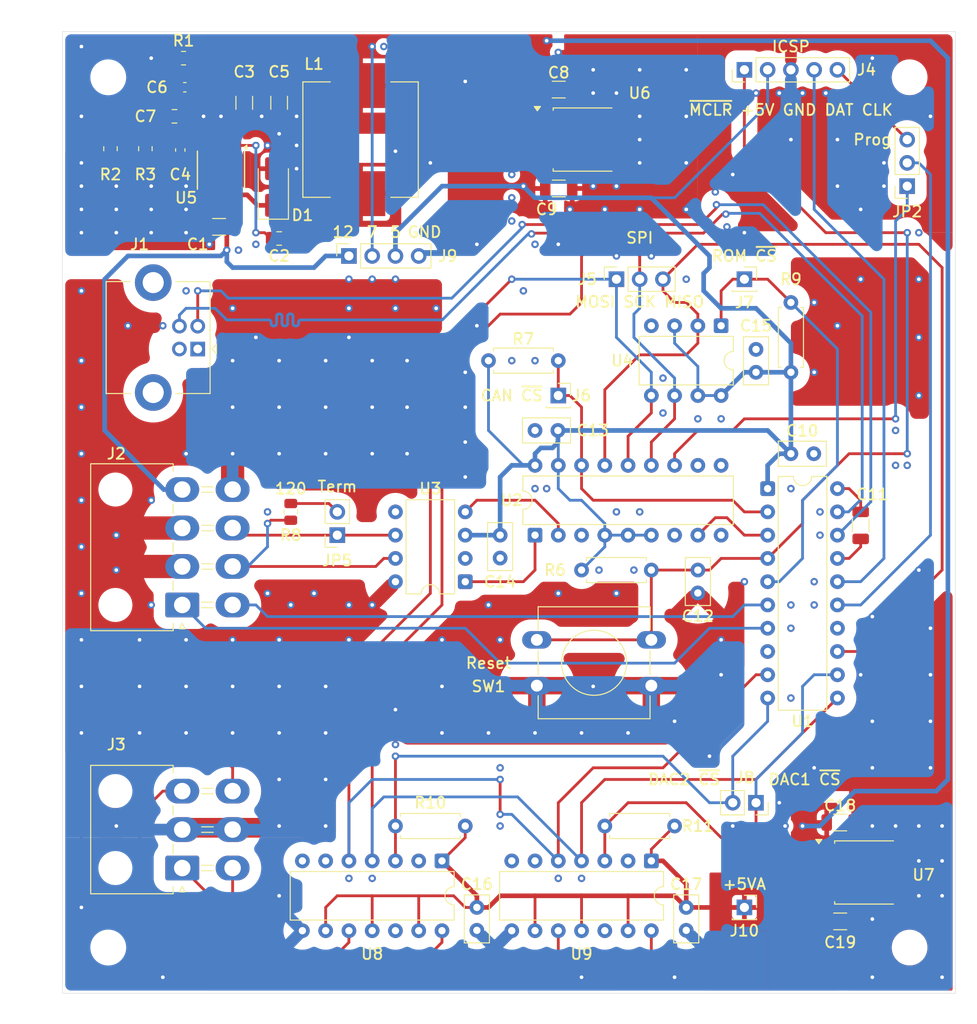
<source format=kicad_pcb>
(kicad_pcb (version 20241229) (generator "pcbnew") (generator_version "9.0")
  (title_block (title "CAN Gauge Interface") (date "2025-10-01") (rev "0.2") (company "Sam Anthony"))
  (layers (0 "F.Cu" signal) (4 "In1.Cu" signal) (6 "In2.Cu" signal) (2 "B.Cu" power) (13 "F.Paste" user) (15 "B.Paste" user) (5 "F.SilkS" user "F.Silkscreen") (7 "B.SilkS" user "B.Silkscreen") (1 "F.Mask" user) (3 "B.Mask" user) (25 "Edge.Cuts" user))
  (net 0 "")
  (net 1 "GND")
  (net 2 "+12V")
  (net 3 "Net-(U5-BOOT)")
  (net 4 "+7V")
  (net 5 "Net-(C7-Pad2)")
  (net 6 "+5V")
  (net 7 "Net-(U1-Vusb3v3)")
  (net 8 "/~{MCLR}")
  (net 9 "+5VA")
  (net 10 "/USB_D+")
  (net 11 "/USB_D-")
  (net 14 "/CAN_L")
  (net 15 "/Speed")
  (net 16 "/Tach")
  (net 17 "/CAN_H")
  (net 18 "/AN4")
  (net 19 "/AN2")
  (net 20 "/AN3")
  (net 21 "/AN1")
  (net 22 "/ICSP_CLK")
  (net 23 "/ICSP_DAT")
  (net 24 "/SCK")
  (net 25 "/MOSI")
  (net 26 "/MISO")
  (net 27 "/CAN_~{CS}")
  (net 28 "/ROM_~{CS}")
  (net 29 "/DAC2_~{CS}")
  (net 30 "/DAC1_~{CS}")
  (net 31 "/INT{slash}ICSP_CLK")
  (net 32 "/INT")
  (net 33 "Net-(JP5-B)")
  (net 35 "/CLK")
  (net 38 "/CAN_RX")
  (net 39 "/CAN_TX")
  (net 52 "/PH")
  (net 53 "/sense")
  (footprint "Connector_PinSocket_2.54mm:PinSocket_1x01_P2.54mm_Vertical" (layer "F.Cu") (at 124.46 129.54)
    (property "Reference" "J7")
    (property "Value" "ROM ~{CS}")
  )
  (footprint "Capacitor_SMD:C_1206_3216Metric" (layer "F.Cu") (at 104.189 119.634)
    (property "Reference" "C9")
    (property "Value" "10u" (hide yes))
  )
  (footprint "Capacitor_SMD:C_0805_2012Metric" (layer "F.Cu") (at 62.23 111.76 180)
    (property "Reference" "C7")
    (property "Value" "47n" (hide yes))
  )
  (footprint "Connector_PinSocket_2.54mm:PinSocket_1x04_P2.54mm_Vertical" (layer "F.Cu") (at 81.28 127 90)
    (property "Reference" "J9")
    (property "Value" "Conn_01x04_Socket" (hide yes))
  )
  (footprint "MountingHole:MountingHole_3.2mm_M3_DIN965" (layer "F.Cu") (at 55 202.5)
    (property "Reference" "H1" (hide yes))
    (property "Value" "MountingHole" (hide yes))
  )
  (footprint "Capacitor_SMD:C_1206_3216Metric" (layer "F.Cu") (at 134.923 199.644)
    (property "Reference" "C19")
    (property "Value" "10u" (hide yes))
  )
  (footprint "Resistor_THT:R_Axial_DIN0207_L6.3mm_D2.5mm_P7.62mm_Horizontal" (layer "F.Cu") (at 93.98 189.23 180)
    (property "Reference" "R10")
    (property "Value" "10k" (hide yes))
  )
  (footprint "Capacitor_SMD:C_1206_3216Metric" (layer "F.Cu") (at 134.923 188.849)
    (property "Reference" "C18")
    (property "Value" "10u" (hide yes))
  )
  (footprint "Package_TO_SOT_SMD:TO-252-2" (layer "F.Cu") (at 106.894 114.294)
    (property "Reference" "U6")
    (property "Value" "L78M05AB" (hide yes))
  )
  (footprint "Capacitor_THT:C_Disc_D5.0mm_W2.5mm_P2.50mm" (layer "F.Cu") (at 95.25 198.12 -90)
    (property "Reference" "C16")
    (property "Value" "100n" (hide yes))
  )
  (footprint "MountingHole:MountingHole_3.2mm_M3_DIN965" (layer "F.Cu") (at 142.5 202.5)
    (property "Reference" "H2" (hide yes))
    (property "Value" "MountingHole" (hide yes))
  )
  (footprint "Capacitor_SMD:C_0603_1608Metric" (layer "F.Cu") (at 62.865 115.43 -90)
    (property "Reference" "C4")
    (property "Value" "220p" (hide yes))
  )
  (footprint "footprints:Molex_Mini-Fit_Jr_5569-06A2_2x03_P4.20mm_Horizontal" (layer "F.Cu") (at 63.08 193.82 90)
    (property "Reference" "J3")
    (property "Value" "Analog")
  )
  (footprint "Resistor_SMD:R_0805_2012Metric" (layer "F.Cu") (at 63.2225 105.41)
    (property "Reference" "R1")
    (property "Value" "10k" (hide yes))
  )
  (footprint "footprints:USB_B_Lumberg_2411_02_Horizontal" (layer "F.Cu") (at 64.77 137.16 180)
    (property "Reference" "J1")
    (property "Value" "USB_B" (hide yes))
  )
  (footprint "Connector_PinSocket_2.54mm:PinSocket_1x02_P2.54mm_Vertical" (layer "F.Cu") (at 80.01 157.48 180)
    (property "Reference" "JP5")
    (property "Value" "Term")
  )
  (footprint "Capacitor_SMD:C_0603_1608Metric" (layer "F.Cu") (at 63.36 108.585)
    (property "Reference" "C6")
    (property "Value" "3300p" (hide yes))
  )
  (footprint "Inductor_SMD:L_Wuerth_WE-PD-Typ-LS_Handsoldering" (layer "F.Cu") (at 82.55 114.3 90)
    (property "Reference" "L1")
    (property "Value" "150u")
  )
  (footprint "MountingHole:MountingHole_3.2mm_M3_DIN965" (layer "F.Cu") (at 55 107.5)
    (property "Reference" "H4" (hide yes))
    (property "Value" "MountingHole" (hide yes))
  )
  (footprint "Resistor_SMD:R_0805_2012Metric" (layer "F.Cu") (at 55.245 115.2925 -90)
    (property "Reference" "R2")
    (property "Value" "3k24" (hide yes))
  )
  (footprint "Resistor_THT:R_Axial_DIN0207_L6.3mm_D2.5mm_P7.62mm_Horizontal" (layer "F.Cu") (at 106.68 161.29)
    (property "Reference" "R6")
    (property "Value" "10k" (hide yes))
  )
  (footprint "Connector_PinSocket_2.54mm:PinSocket_1x02_P2.54mm_Vertical" (layer "F.Cu") (at 125.73 186.69 -90)
    (property "Reference" "J8")
    (property "Value" "DAC ~{CS}" (hide yes))
  )
  (footprint "Button_Switch_THT:SW_PUSH-12mm" (layer "F.Cu") (at 114.3 173.91 180)
    (property "Reference" "SW1")
    (property "Value" "Reset")
  )
  (footprint "Capacitor_SMD:C_1206_3216Metric" (layer "F.Cu") (at 69.85 110.285 -90)
    (property "Reference" "C3")
    (property "Value" "22u" (hide yes))
  )
  (footprint "Connector_PinSocket_2.54mm:PinSocket_1x01_P2.54mm_Vertical" (layer "F.Cu") (at 104.14 142.24)
    (property "Reference" "J6")
    (property "Value" "CAN ~{CS}")
  )
  (footprint "Resistor_THT:R_Axial_DIN0207_L6.3mm_D2.5mm_P7.62mm_Horizontal" (layer "F.Cu") (at 129.54 139.7 90)
    (property "Reference" "R9")
    (property "Value" "10k" (hide yes))
  )
  (footprint "Connector_PinSocket_2.54mm:PinSocket_1x03_P2.54mm_Vertical" (layer "F.Cu") (at 142.24 119.38 180)
    (property "Reference" "JP2")
    (property "Value" "Prog")
  )
  (footprint "Package_DIP:DIP-14_W7.62mm" (layer "F.Cu") (at 91.44 193.04 -90)
    (property "Reference" "U8")
    (property "Value" "MCP4912" (hide yes))
  )
  (footprint "Diode_SMD:D_SMA" (layer "F.Cu") (at 73.025 119.475 90)
    (property "Reference" "D1")
    (property "Value" "SS34" (hide yes))
  )
  (footprint "footprints:Molex_Mini-Fit_Jr_5569-08A2_2x04_P4.20mm_Horizontal" (layer "F.Cu") (at 63.08 165.1 90)
    (property "Reference" "J2")
    (property "Value" "Conn_02x04_Top_Bottom")
  )
  (footprint "Resistor_SMD:R_0805_2012Metric" (layer "F.Cu") (at 59.055 115.2925 -90)
    (property "Reference" "R3")
    (property "Value" "2k7" (hide yes))
  )
  (footprint "Package_DIP:DIP-8_W7.62mm" (layer "F.Cu") (at 93.98 162.56 180)
    (property "Reference" "U3")
    (property "Value" "MCP2561-E-P" (hide yes))
  )
  (footprint "Resistor_THT:R_Axial_DIN0207_L6.3mm_D2.5mm_P7.62mm_Horizontal" (layer "F.Cu") (at 96.52 138.43)
    (property "Reference" "R7")
    (property "Value" "10k" (hide yes))
  )
  (footprint "Capacitor_SMD:C_1206_3216Metric" (layer "F.Cu") (at 73.66 110.285 -90)
    (property "Reference" "C5")
    (property "Value" "22u" (hide yes))
  )
  (footprint "Connector_PinHeader_2.54mm:PinHeader_1x05_P2.54mm_Vertical" (layer "F.Cu") (at 124.46 106.68 90)
    (property "Reference" "J4")
    (property "Value" "ICSP")
  )
  (footprint "Capacitor_THT:C_Disc_D5.0mm_W2.5mm_P2.50mm" (layer "F.Cu") (at 97.79 159.98 90)
    (property "Reference" "C14")
    (property "Value" "100n" (hide yes))
  )
  (footprint "Connector_PinSocket_2.54mm:PinSocket_1x03_P2.54mm_Vertical" (layer "F.Cu") (at 110.49 129.54 90)
    (property "Reference" "J5")
    (property "Value" "SPI Debug" (hide yes))
  )
  (footprint "Capacitor_SMD:C_1206_3216Metric" (layer "F.Cu") (at 104.189 108.839)
    (property "Reference" "C8")
    (property "Value" "10u" (hide yes))
  )
  (footprint "Connector_PinSocket_2.54mm:PinSocket_1x01_P2.54mm_Vertical" (layer "F.Cu") (at 124.46 198.12)
    (property "Reference" "J10")
    (property "Value" "+5VA")
  )
  (footprint "Package_DIP:DIP-20_W7.62mm" (layer "F.Cu") (at 127 152.4)
    (property "Reference" "U1")
    (property "Value" "PIC16F1459-IP" (hide yes))
  )
  (footprint "Capacitor_SMD:C_0805_2012Metric" (layer "F.Cu") (at 73.66 125.095)
    (property "Reference" "C2")
    (property "Value" "10n" (hide yes))
  )
  (footprint "Package_SO:TI_SO-PowerPAD-8" (layer "F.Cu") (at 67.31 117.635 -90)
    (property "Reference" "U5")
    (property "Value" "TPS5430DDA" (hide yes))
  )
  (footprint "Capacitor_THT:C_Disc_D5.0mm_W2.5mm_P2.50mm" (layer "F.Cu") (at 119.38 161.29 -90)
    (property "Reference" "C12")
    (property "Value" "100n" (hide yes))
  )
  (footprint "Capacitor_THT:C_Disc_D5.0mm_W2.5mm_P2.50mm" (layer "F.Cu") (at 118.11 198.12 -90)
    (property "Reference" "C17")
    (property "Value" "100n" (hide yes))
  )
  (footprint "Resistor_SMD:R_0805_2012Metric" (layer "F.Cu") (at 74.93 154.94 -90)
    (property "Reference" "R8")
    (property "Value" "120")
  )
  (footprint "Capacitor_THT:C_Disc_D5.0mm_W2.5mm_P2.50mm" (layer "F.Cu") (at 129.54 148.59)
    (property "Reference" "C10")
    (property "Value" "100n" (hide yes))
  )
  (footprint "MountingHole:MountingHole_3.2mm_M3_DIN965" (layer "F.Cu") (at 142.5 107.5)
    (property "Reference" "H3" (hide yes))
    (property "Value" "MountingHole" (hide yes))
  )
  (footprint "Capacitor_THT:C_Disc_D5.0mm_W2.5mm_P2.50mm" (layer "F.Cu") (at 101.6 146.05)
    (property "Reference" "C13")
    (property "Value" "100n" (hide yes))
  )
  (footprint "Resistor_THT:R_Axial_DIN0207_L6.3mm_D2.5mm_P7.62mm_Horizontal" (layer "F.Cu") (at 116.84 189.23 180)
    (property "Reference" "R11")
    (property "Value" "10k" (hide yes))
  )
  (footprint "Package_DIP:DIP-18_W7.62mm" (layer "F.Cu") (at 101.6 157.48 90)
    (property "Reference" "U2")
    (property "Value" "MCP2515-I/P" (hide yes))
  )
  (footprint "Capacitor_SMD:C_1206_3216Metric" (layer "F.Cu") (at 137.16 156.415 90)
    (property "Reference" "C11")
    (property "Value" "1u" (hide yes))
  )
  (footprint "Package_DIP:DIP-8_W7.62mm" (layer "F.Cu") (at 121.92 134.62 -90)
    (property "Reference" "U4")
    (property "Value" "25LC160C" (hide yes))
  )
  (footprint "Package_TO_SOT_SMD:TO-252-2" (layer "F.Cu") (at 137.628 194.304)
    (property "Reference" "U7")
    (property "Value" "L78M05AB" (hide yes))
  )
  (footprint "Capacitor_SMD:C_1206_3216Metric" (layer "F.Cu") (at 67.105 123.825 180)
    (property "Reference" "C1")
    (property "Value" "22u" (hide yes))
  )
  (footprint "Capacitor_THT:C_Disc_D5.0mm_W2.5mm_P2.50mm" (layer "F.Cu") (at 125.73 137.2 -90)
    (property "Reference" "C15")
    (property "Value" "100n" (hide yes))
  )
  (footprint "Package_DIP:DIP-14_W7.62mm" (layer "F.Cu") (at 114.3 193.04 -90)
    (property "Reference" "U9")
    (property "Value" "MCP4912" (hide yes))
  )
  (gr_rect (start 50 102.5) (end 147.5 207.5) (stroke (width 0.05)) (fill no) (layer "Edge.Cuts"))
  (gr_text "SPI" (at 113.03 125.73 0) (layer "F.SilkS") (effects (font (size 1.2 1.2) (thickness 0.2) (bold yes)) (justify bottom)))
  (gr_text "12" (at 80.645 125.095 0) (layer "F.SilkS") (effects (font (size 1.2 1.2) (thickness 0.2) (bold yes)) (justify bottom)))
  (gr_text "~{MCLR} +5V GND DAT CLK" (at 129.54 111.76 0) (layer "F.SilkS") (effects (font (size 1.2 1.2) (thickness 0.2) (bold yes)) (justify bottom)))
  (gr_text "GND" (at 89.535 125.095 0) (layer "F.SilkS") (effects (font (size 1.2 1.2) (thickness 0.2) (bold yes)) (justify bottom)))
  (gr_text "7\n" (at 83.82 125.095 0) (layer "F.SilkS") (effects (font (size 1.2 1.2) (thickness 0.2) (bold yes)) (justify bottom)))
  (gr_text "DAC2 ~{CS}" (at 121.92 184.15 0) (layer "F.SilkS") (effects (font (size 1.2 1.2) (thickness 0.2) (bold yes)) (justify right)))
  (gr_text "DAC1 ~{CS}" (at 127 184.15 0) (layer "F.SilkS") (effects (font (size 1.2 1.2) (thickness 0.2) (bold yes)) (justify left)))
  (gr_text "MOSI SCK MISO" (at 113.03 132.715 0) (layer "F.SilkS") (effects (font (size 1.2 1.2) (thickness 0.2) (bold yes)) (justify bottom)))
  (gr_text "5" (at 86.36 125.095 0) (layer "F.SilkS") (effects (font (size 1.2 1.2) (thickness 0.2) (bold yes)) (justify bottom)))
  (segment (start 134.62 152.4) (end 135.89 152.4) (width 0.3048) (layer "F.Cu") (net 1))
  (segment (start 105.664 105.664) (end 105.664 108.839) (width 0.508) (layer "F.Cu") (net 1))
  (segment (start 104.14 104.775) (end 104.775 104.775) (width 0.508) (layer "F.Cu") (net 1))
  (segment (start 66.675 118.3775) (end 66.535 118.2375) (width 0.508) (layer "F.Cu") (net 1))
  (segment (start 137.16 153.67) (end 137.16 154.94) (width 0.3048) (layer "F.Cu") (net 1))
  (segment (start 104.775 104.775) (end 105.664 105.664) (width 0.508) (layer "F.Cu") (net 1))
  (segment (start 135.89 152.4) (end 137.16 153.67) (width 0.3048) (layer "F.Cu") (net 1))
  (segment (start 66.675 120.415) (end 66.675 118.3775) (width 0.508) (layer "F.Cu") (net 1))
  (via (at 128.27 109.22) (size 0.8128) (drill 0.4) (layers "F.Cu" "B.Cu") (net 1))
  (via (at 68.58 148.59) (size 0.8128) (drill 0.4) (layers "F.Cu" "B.Cu") (net 1))
  (via (at 78.74 179.07) (size 0.8128) (drill 0.4) (layers "F.Cu" "B.Cu") (net 1))
  (via (at 66.04 125.73) (size 0.8128) (drill 0.4) (layers "F.Cu" "B.Cu") (net 1))
  (via (at 71.755 111.76) (size 0.8128) (drill 0.4) (layers "F.Cu" "B.Cu") (net 1))
  (via (at 52.07 148.59) (size 0.8128) (drill 0.4) (layers "F.Cu" "B.Cu") (net 1))
  (via (at 73.66 113.665) (size 0.8128) (drill 0.4) (layers "F.Cu" "B.Cu") (net 1))
  (via (at 86.36 132.715) (size 0.8128) (drill 0.4) (layers "F.Cu" "B.Cu") (net 1))
  (via (at 122.555 123.825) (size 0.8128) (drill 0.4) (layers "F.Cu" "B.Cu") (net 1))
  (via (at 138.43 182.88) (size 0.8128) (drill 0.4) (layers "F.Cu" "B.Cu") (net 1))
  (via (at 99.06 138.43) (size 0.8128) (drill 0.4) (layers "F.Cu" "B.Cu") (net 1))
  (via (at 63.5 124.46) (size 0.8128) (drill 0.4) (layers "F.Cu" "B.Cu") (net 1))
  (via (at 58.42 179.07) (size 0.8128) (drill 0.4) (layers "F.Cu" "B.Cu") (net 1))
  (via (at 96.52 179.07) (size 0.8128) (drill 0.4) (layers "F.Cu" "B.Cu") (net 1))
  (via (at 86.36 115.57) (size 0.8128) (drill 0.4) (layers "F.Cu" "B.Cu") (net 1))
  (via (at 139.7 116.84) (size 0.8128) (drill 0.4) (layers "F.Cu" "B.Cu") (net 1))
  (via (at 106.68 179.07) (size 0.8128) (drill 0.4) (layers "F.Cu" "B.Cu") (net 1))
  (via (at 110.49 109.22) (size 0.8128) (drill 0.4) (layers "F.Cu" "B.Cu") (net 1))
  (via (at 125.73 109.22) (size 0.8128) (drill 0.4) (layers "F.Cu" "B.Cu") (net 1))
  (via (at 113.03 111.76) (size 0.8128) (drill 0.4) (layers "F.Cu" "B.Cu") (net 1))
  (via (at 146.05 196.85) (size 0.8128) (drill 0.4) (layers "F.Cu" "B.Cu") (net 1))
  (via (at 118.11 129.54) (size 0.8128) (drill 0.4) (layers "F.Cu" "B.Cu") (net 1))
  (via (at 67.31 111.76) (size 0.8128) (drill 0.4) (layers "F.Cu" "B.Cu") (net 1))
  (via (at 110.49 119.38) (size 0.8128) (drill 0.4) (layers "F.Cu" "B.Cu") (net 1))
  (via (at 137.16 129.54) (size 0.8128) (drill 0.4) (layers "F.Cu" "B.Cu") (net 1))
  (via (at 95.25 134.62) (size 0.8128) (drill 0.4) (layers "F.Cu" "B.Cu") (net 1))
  (via (at 83.82 143.51) (size 0.8128) (drill 0.4) (layers "F.Cu" "B.Cu") (net 1))
  (via (at 68.58 138.43) (size 0.8128) (drill 0.4) (layers "F.Cu" "B.Cu") (net 1))
  (via (at 121.92 168.91) (size 0.8128) (drill 0.4) (layers "F.Cu" "B.Cu") (net 1))
  (via (at 73.66 173.99) (size 0.8128) (drill 0.4) (layers "F.Cu" "B.Cu") (net 1))
  (via (at 138.43 199.39) (size 0.8128) (drill 0.4) (layers "F.Cu" "B.Cu") (net 1))
  (via (at 60.96 205.74) (size 0.8128) (drill 0.4) (layers "F.Cu" "B.Cu") (net 1))
  (via (at 69.215 126.365) (size 0.8128) (drill 0.4) (layers "F.Cu" "B.Cu") (net 1))
  (via (at 119.38 144.78) (size 0.8128) (drill 0.4) (layers "F.Cu" "B.Cu") (net 1))
  (via (at 59.69 105.41) (size 0.8128) (drill 0.4) (layers "F.Cu" "B.Cu") (net 1))
  (via (at 146.05 193.04) (size 0.8128) (drill 0.4) (layers "F.Cu" "B.Cu") (net 1))
  (via (at 55.88 157.48) (size 0.8128) (drill 0.4) (layers "F.Cu" "B.Cu") (net 1))
  (via (at 57.15 134.62) (size 0.8128) (drill 0.4) (layers "F.Cu" "B.Cu") (net 1))
  (via (at 143.51 129.54) (size 0.8128) (drill 0.4) (layers "F.Cu" "B.Cu") (net 1))
  (via (at 143.51 189.23) (size 0.8128) (drill 0.4) (layers "F.Cu" "B.Cu") (net 1))
  (via (at 120.65 181.61) (size 0.8128) (drill 0.4) (layers "F.Cu" "B.Cu") (net 1))
  (via (at 75.565 117.475) (size 0.8128) (drill 0.4) (layers "F.Cu" "B.Cu") (net 1))
  (via (at 74.93 165.1) (size 0.8128) (drill 0.4) (layers "F.Cu" "B.Cu") (net 1))
  (via (at 104.14 104.775) (size 0.8128) (drill 0.4) (layers "F.Cu" "B.Cu") (net 1))
  (via (at 81.28 129.54) (size 0.8128) (drill 0.4) (layers "F.Cu" "B.Cu") (net 1))
  (via (at 111.76 179.07) (size 0.8128) (drill 0.4) (layers "F.Cu" "B.Cu") (net 1))
  (via (at 78.74 143.51) (size 0.8128) (drill 0.4) (layers "F.Cu" "B.Cu") (net 1))
  (via (at 52.07 168.91) (size 0.8128) (drill 0.4) (layers "F.Cu" "B.Cu") (net 1))
  (via (at 118.11 116.84) (size 0.8128) (drill 0.4) (layers "F.Cu" "B.Cu") (net 1))
  (via (at 91.44 173.99) (size 0.8128) (drill 0.4) (layers "F.Cu" "B.Cu") (net 1))
  (via (at 68.58 173.99) (size 0.8128) (drill 0.4) (layers "F.Cu" "B.Cu") (net 1))
  (via (at 65.405 111.76) (size 0.8128) (drill 0.4) (layers "F.Cu" "B.Cu") (net 1))
  (via (at 55.88 121.92) (size 0.8128) (drill 0.4) (layers "F.Cu" "B.Cu") (net 1))
  (via (at 73.66 148.59) (size 0.8128) (drill 0.4) (layers "F.Cu" "B.Cu") (net 1))
  (via (at 121.285 120.015) (size 0.8128) (drill 0.4) (layers "F.Cu" "B.Cu") (net 1))
  (via (at 81.28 132.715) (size 0.8128) (drill 0.4) (layers "F.Cu" "B.Cu") (net 1))
  (via (at 132.08 139.7) (size 0.8128) (drill 0.4) (layers "F.Cu" "B.Cu") (net 1))
  (via (at 138.43 189.23) (size 0.8128) (drill 0.4) (layers "F.Cu" "B.Cu") (net 1))
  (via (at 124.46 124.46) (size 0.8128) (drill 0.4) (layers "F.Cu" "B.Cu") (net 1))
  (via (at 63.5 179.07) (size 0.8128) (drill 0.4) (layers "F.Cu" "B.Cu") (net 1))
  (via (at 132.08 162.56) (size 0.8128) (drill 0.4) (layers "F.Cu" "B.Cu") (net 1))
  (via (at 110.49 127) (size 0.8128) (drill 0.4) (layers "F.Cu" "B.Cu") (net 1))
  (via (at 59.69 153.67) (size 0.8128) (drill 0.4) (layers "F.Cu" "B.Cu") (net 1))
  (via (at 128.905 189.23) (size 0.8128) (drill 0.4) (layers "F.Cu" "B.Cu") (net 1))
  (via (at 107.95 119.38) (size 0.8128) (drill 0.4) (layers "F.Cu" "B.Cu") (net 1))
  (via (at 99.06 120.65) (size 0.8128) (drill 0.4) (layers "F.Cu" "B.Cu") (net 1))
  (via (at 140.97 149.86) (size 0.8128) (drill 0.4) (layers "F.Cu" "B.Cu") (net 1))
  (via (at 90.17 116.84) (size 0.8128) (drill 0.4) (layers "F.Cu" "B.Cu") (net 1))
  (via (at 87.63 143.51) (size 0.8128) (drill 0.4) (layers "F.Cu" "B.Cu") (net 1))
  (via (at 142.24 149.86) (size 0.8128) (drill 0.4) (layers "F.Cu" "B.Cu") (net 1))
  (via (at 132.715 157.48) (size 0.8128) (drill 0.4) (layers "F.Cu" "B.Cu") (net 1))
  (via (at 143.51 142.24) (size 0.8128) (drill 0.4) (layers "F.Cu" "B.Cu") (net 1))
  (via (at 93.98 151.13) (size 0.8128) (drill 0.4) (layers "F.Cu" "B.Cu") (net 1))
  (via (at 63.5 148.59) (size 0.8128) (drill 0.4) (layers "F.Cu" "B.Cu") (net 1))
  (via (at 83.82 148.59) (size 0.8128) (drill 0.4) (layers "F.Cu" "B.Cu") (net 1))
  (via (at 52.07 130.81) (size 0.8128) (drill 0.4) (layers "F.Cu" "B.Cu") (net 1))
  (via (at 143.51 124.46) (size 0.8128) (drill 0.4) (layers "F.Cu" "B.Cu") (net 1))
  (via (at 128.27 186.69) (size 0.8128) (drill 0.4) (layers "F.Cu" "B.Cu") (net 1))
  (via (at 132.08 165.1) (size 0.8128) (drill 0.4) (layers "F.Cu" "B.Cu") (net 1))
  (via (at 134.62 119.38) (size 0.8128) (drill 0.4) (layers "F.Cu" "B.Cu") (net 1))
  (via (at 85.09 104.14) (size 0.8128) (drill 0.4) (layers "F.Cu" "B.Cu") (net 1))
  (via (at 52.07 198.12) (size 0.8128) (drill 0.4) (layers "F.Cu" "B.Cu") (net 1))
  (via (at 129.54 165.1) (size 0.8128) (drill 0.4) (layers "F.Cu" "B.Cu") (net 1))
  (via (at 138.43 105.41) (size 0.8128) (drill 0.4) (layers "F.Cu" "B.Cu") (net 1))
  (via (at 91.44 168.91) (size 0.8128) (drill 0.4) (layers "F.Cu" "B.Cu") (net 1))
  (via (at 130.81 109.22) (size 0.8128) (drill 0.4) (layers "F.Cu" "B.Cu") (net 1))
  (via (at 52.07 116.84) (size 0.8128) (drill 0.4) (layers "F.Cu" "B.Cu") (net 1))
  (via (at 106.68 205.74) (size 0.8128) (drill 0.4) (layers "F.Cu" "B.Cu") (net 1))
  (via (at 129.54 152.4) (size 0.8128) (drill 0.4) (layers "F.Cu" "B.Cu") (net 1))
  (via (at 134.62 134.62) (size 0.8128) (drill 0.4) (layers "F.Cu" "B.Cu") (net 1))
  (via (at 93.98 107.95) (size 0.8128) (drill 0.4) (layers "F.Cu" "B.Cu") (net 1))
  (via (at 116.84 177.8) (size 0.8128) (drill 0.4) (layers "F.Cu" "B.Cu") (net 1))
  (via (at 52.07 119.38) (size 0.8128) (drill 0.4) (layers "F.Cu" "B.Cu") (net 1))
  (via (at 59.69 165.1) (size 0.8128) (drill 0.4) (layers "F.Cu" "B.Cu") (net 1))
  (via (at 146.05 205.74) (size 0.8128) (drill 0.4) (layers "F.Cu" "B.Cu") (net 1))
  (via (at 101.6 125.73) (size 0.8128) (drill 0.4) (layers "F.Cu" "B.Cu") (net 1))
  (via (at 133.35 109.22) (size 0.8128) (drill 0.4) (layers "F.Cu" "B.Cu") (net 1))
  (via (at 144.78 182.88) (size 0.8128) (drill 0.4) (layers "F.Cu" "B.Cu") (net 1))
  (via (at 144.78 177.8) (size 0.8128) (drill 0.4) (layers "F.Cu" "B.Cu") (net 1))
  (via (at 109.22 121.92) (size 0.8128) (drill 0.4) (layers "F.Cu" "B.Cu") (net 1))
  (via (at 144.78 111.76) (size 0.8128) (drill 0.4) (layers "F.Cu" "B.Cu") (net 1))
  (via (at 55.88 189.23) (size 0.8128) (drill 0.4) (layers "F.Cu" "B.Cu") (net 1))
  (via (at 59.69 121.92) (size 0.8128) (drill 0.4) (layers "F.Cu" "B.Cu") (net 1))
  (via (at 78.74 173.99) (size 0.8128) (drill 0.4) (layers "F.Cu" "B.Cu") (net 1))
  (via (at 97.79 168.91) (size 0.8128) (drill 0.4) (layers "F.Cu" "B.Cu") (net 1))
  (via (at 115.57 140.335) (size 0.8128) (drill 0.4) (layers "F.Cu" "B.Cu") (net 1))
  (via (at 73.66 179.07) (size 0.8128) (drill 0.4) (layers "F.Cu" "B.Cu") (net 1))
  (via (at 73.66 138.43) (size 0.8128) (drill 0.4) (layers "F.Cu" "B.Cu") (net 1))
  (via (at 55.88 119.38) (size 0.8128) (drill 0.4) (layers "F.Cu" "B.Cu") (net 1))
  (via (at 52.07 153.67) (size 0.8128) (drill 0.4) (layers "F.Cu" "B.Cu") (net 1))
  (via (at 95.25 125.73) (size 0.8128) (drill 0.4) (layers "F.Cu" "B.Cu") (net 1))
  (via (at 72.39 163.83) (size 0.8128) (drill 0.4) (layers "F.Cu" "B.Cu") (net 1))
  (via (at 86.36 129.54) (size 0.8128) (drill 0.4) (layers "F.Cu" "B.Cu") (net 1))
  (via (at 106.68 194.945) (size 0.8128) (drill 0.4) (layers "F.Cu" "B.Cu") (net 1))
  (via (at 132.08 182.88) (size 0.8128) (drill 0.4) (layers "F.Cu" "B.Cu") (net 1))
  (via (at 104.14 163.83) (size 0.8128) (drill 0.4) (layers "F.Cu" "B.Cu") (net 1))
  (via (at 143.51 161.29) (size 0.8128) (drill 0.4) (layers "F.Cu" "B.Cu") (net 1))
  (via (at 75.565 114.935) (size 0.8128) (drill 0.4) (layers "F.Cu" "B.Cu") (net 1))
  (via (at 78.74 189.23) (size 0.8128) (drill 0.4) (layers "F.Cu" "B.Cu") (net 1))
  (via (at 112.395 161.29) (size 0.8128) (drill 0.4) (layers "F.Cu" "B.Cu") (net 1))
  (via (at 63.5 168.91) (size 0.8128) (drill 0.4) (layers "F.Cu" "B.Cu") (net 1))
  (via (at 87.63 138.43) (size 0.8128) (drill 0.4) (layers "F.Cu" "B.Cu") (net 1))
  (via (at 121.92 144.78) (size 0.8128) (drill 0.4) (layers "F.Cu" "B.Cu") (net 1))
  (via (at 138.43 177.8) (size 0.8128) (drill 0.4) (layers "F.Cu" "B.Cu") (net 1))
  (via (at 140.97 189.23) (size 0.8128) (drill 0.4) (layers "F.Cu" "B.Cu") (net 1))
  (via (at 113.03 114.3) (size 0.8128) (drill 0.4) (layers "F.Cu" "B.Cu") (net 1))
  (via (at 83.82 165.1) (size 0.8128) (drill 0.4) (layers "F.Cu" "B.Cu") (net 1))
  (via (at 60.96 134.62) (size 0.8128) (drill 0.4) (layers "F.Cu" "B.Cu") (net 1))
  (via (at 115.57 144.145) (size 0.8128) (drill 0.4) (layers "F.Cu" "B.Cu") (net 1))
  (via (at 118.11 111.76) (size 0.8128) (drill 0.4) (layers "F.Cu" "B.Cu") (net 1))
  (via (at 68.58 132.715) (size 0.8128) (drill 0.4) (layers "F.Cu" "B.Cu") (net 1))
  (via (at 68.58 179.07) (size 0.8128) (drill 0.4) (layers "F.Cu" "B.Cu") (net 1))
  (via (at 71.12 125.73) (size 0.8128) (drill 0.4) (layers "F.Cu" "B.Cu") (net 1))
  (via (at 123.19 118.11) (size 0.8128) (drill 0.4) (layers "F.Cu" "B.Cu") (net 1))
  (via (at 63.5 173.99) (size 0.8128) (drill 0.4) (layers "F.Cu" "B.Cu") (net 1))
  (via (at 52.07 179.07) (size 0.8128) (drill 0.4) (layers "F.Cu" "B.Cu") (net 1))
  (via (at 129.54 114.3) (size 0.8128) (drill 0.4) (layers "F.Cu" "B.Cu") (net 1))
  (via (at 58.42 168.91) (size 0.8128) (drill 0.4) (layers "F.Cu" "B.Cu") (net 1))
  (via (at 105.41 121.92) (size 0.8128) (drill 0.4) (layers "F.Cu" "B.Cu") (net 1))
  (via (at 77.47 163.83) (size 0.8128) (drill 0.4) (layers "F.Cu" "B.Cu") (net 1))
  (via (at 138.43 205.74) (size 0.8128) (drill 0.4) (layers "F.Cu" "B.Cu") (net 1))
  (via (at 55.88 161.29) (size 0.8128) (drill 0.4) (layers "F.Cu" "B.Cu") (net 1))
  (via (at 116.84 205.74) (size 0.8128) (drill 0.4) (layers "F.Cu" "B.Cu") (net 1))
  (via (at 93.98 143.51) (size 0.8128) (drill 0.4) (layers "F.Cu" "B.Cu") (net 1))
  (via (at 99.06 118.11) (size 0.8128) (drill 0.4) (layers "F.Cu" "B.Cu") (net 1))
  (via (at 100.33 130.81) (size 0.8128) (drill 0.4) (layers "F.Cu" "B.Cu") (net 1))
  (via (at 102.87 152.4) (size 0.8128) (drill 0.4) (layers "F.Cu" "B.Cu") (net 1))
  (via (at 52.07 163.83) (size 0.8128) (drill 0.4) (layers "F.Cu" "B.Cu") (net 1))
  (via (at 87.63 148.59) (size 0.8128) (drill 0.4) (layers "F.Cu" "B.Cu") (net 1))
  (via (at 118.11 121.92) (size 0.8128) (drill 0.4) (layers "F.Cu" "B.Cu") (net 1))
  (via (at 72.39 114.935) (size 0.8128) (drill 0.4) (layers "F.Cu" "B.Cu") (net 1))
  (via (at 123.19 189.23) (size 0.8128) (drill 0.4) (layers "F.Cu" "B.Cu") (net 1))
  (via (at 52.07 138.43) (size 0.8128) (drill 0.4) (layers "F.Cu" "B.Cu") (net 1))
  (via (at 83.82 129.54) (size 0.8128) (drill 0.4) (layers "F.Cu" "B.Cu") (net 1))
  (via (at 144.78 172.72) (size 0.8128) (drill 0.4) (layers "F.Cu" "B.Cu") (net 1))
  (via (at 63.5 130.81) (size 0.8128) (drill 0.4) (layers "F.Cu" "B.Cu") (net 1))
  (via (at 90.805 132.715) (size 0.8128) (drill 0.4) (layers "F.Cu" "B.Cu") (net 1))
  (via (at 104.14 194.945) (size 0.8128) (drill 0.4) (layers "F.Cu" "B.Cu") (net 1))
  (via (at 101.6 152.4) (size 0.8128) (drill 0.4) (layers "F.Cu" "B.Cu") (net 1))
  (via (at 63.5 121.92) (size 0.8128) (drill 0.4) (layers "F.Cu" "B.Cu") (net 1))
  (via (at 73.66 143.51) (size 0.8128) (drill 0.4) (layers "F.Cu" "B.Cu") (net 1))
  (via (at 86.36 176.53) (size 0.8128) (drill 0.4) (layers "F.Cu" "B.Cu") (net 1))
  (via (at 73.66 168.91) (size 0.8128) (drill 0.4) (layers "F.Cu" "B.Cu") (net 1))
  (via (at 52.07 111.76) (size 0.8128) (drill 0.4) (layers "F.Cu" "B.Cu") (net 1))
  (via (at 137.16 172.72) (size 0.8128) (drill 0.4) (layers "F.Cu" "B.Cu") (net 1))
  (via (at 107.95 109.22) (size 0.8128) (drill 0.4) (layers "F.Cu" "B.Cu") (net 1))
  (via (at 101.6 138.43) (size 0.8128) (drill 0.4) (layers "F.Cu" "B.Cu") (net 1))
  (via (at 71.12 135.89) (size 0.8128) (drill 0.4) (layers "F.Cu" "B.Cu") (net 1))
  (via (at 97.79 189.23) (size 0.8128) (drill 0.4) (layers "F.Cu" "B.Cu") (net 1))
  (via (at 137.16 121.92) (size 0.8128) (drill 0.4) (layers "F.Cu" "B.Cu") (net 1))
  (via (at 118.11 106.68) (size 0.8128) (drill 0.4) (layers "F.Cu" "B.Cu") (net 1))
  (via (at 52.07 124.46) (size 0.8128) (drill 0.4) (layers "F.Cu" "B.Cu") (net 1))
  (via (at 104.14 125.73) (size 0.8128) (drill 0.4) (layers "F.Cu" "B.Cu") (net 1))
  (via (at 139.7 119.38) (size 0.8128) (drill 0.4) (layers "F.Cu" "B.Cu") (net 1))
  (via (at 78.74 138.43) (size 0.8128) (drill 0.4) (layers "F.Cu" "B.Cu") (net 1))
  (via (at 83.82 194.945) (size 0.8128) (drill 0.4) (layers "F.Cu" "B.Cu") (net 1))
  (via (at 146.05 189.23) (size 0.8128) (drill 0.4) (layers "F.Cu" "B.Cu") (net 1))
  (via (at 113.03 121.92) (size 0.8128) (drill 0.4) (layers "F.Cu" "B.Cu") (net 1))
  (via (at 113.03 106.68) (size 0.8128) (drill 0.4) (layers "F.Cu" "B.Cu") (net 1))
  (via (at 72.39 154.94) (size 0.8128) (drill 0.4) (layers "F.Cu" "B.Cu") (net 1))
  (via (at 121.92 172.72) (size 0.8128) (drill 0.4) (layers "F.Cu" "B.Cu") (net 1))
  (via (at 134.62 114.3) (size 0.8128) (drill 0.4) (layers "F.Cu" "B.Cu") (net 1))
  (via (at 59.69 119.38) (size 0.8128) (drill 0.4) (layers "F.Cu" "B.Cu") (net 1))
  (via (at 78.74 184.15) (size 0.8128) (drill 0.4) (layers "F.Cu" "B.Cu") (net 1))
  (via (at 129.54 175.26) (size 0.8128) (drill 0.4) (layers "F.Cu" "B.Cu") (net 1))
  (via (at 138.43 166.37) (size 0.8128) (drill 0.4) (layers "F.Cu" "B.Cu") (net 1))
  (via (at 132.08 132.08) (size 0.8128) (drill 0.4) (layers "F.Cu" "B.Cu") (net 1))
  (via (at 107.95 173.99) (size 0.8128) (drill 0.4) (layers "F.Cu" "B.Cu") (net 1))
  (via (at 81.28 194.945) (size 0.8128) (drill 0.4) (layers "F.Cu" "B.Cu") (net 1))
  (via (at 97.79 182.88) (size 0.8128) (drill 0.4) (layers "F.Cu" "B.Cu") (net 1))
  (via (at 124.46 162.56) (size 0.8128) (drill 0.4) (layers "F.Cu" "B.Cu") (net 1))
  (via (at 83.82 138.43) (size 0.8128) (drill 0.4) (layers "F.Cu" "B.Cu") (net 1))
  (via (at 78.74 148.59) (size 0.8128) (drill 0.4) (layers "F.Cu" "B.Cu") (net 1))
  (via (at 93.98 147.32) (size 0.8128) (drill 0.4) (layers "F.Cu" "B.Cu") (net 1))
  (via (at 55.88 124.46) (size 0.8128) (drill 0.4) (layers "F.Cu" "B.Cu") (net 1))
  (via (at 93.98 139.7) (size 0.8128) (drill 0.4) (layers "F.Cu" "B.Cu") (net 1))
  (via (at 81.28 165.1) (size 0.8128) (drill 0.4) (layers "F.Cu" "B.Cu") (net 1))
  (via (at 108.585 161.29) (size 0.8128) (drill 0.4) (layers "F.Cu" "B.Cu") (net 1))
  (via (at 73.66 189.23) (size 0.8128) (drill 0.4) (layers "F.Cu" "B.Cu") (net 1))
  (via (at 58.42 173.99) (size 0.8128) (drill 0.4) (layers "F.Cu" "B.Cu") (net 1))
  (via (at 132.715 154.94) (size 0.8128) (drill 0.4) (layers "F.Cu" "B.Cu") (net 1))
  (via (at 143.51 196.85) (size 0.8128) (drill 0.4) (layers "F.Cu" "B.Cu") (net 1))
  (via (at 68.58 168.91) (size 0.8128) (drill 0.4) (layers "F.Cu" "B.Cu") (net 1))
  (via (at 110.49 154.94) (size 0.8128) (drill 0.4) (layers "F.Cu" "B.Cu") (net 1))
  (via (at 144.78 167.64) (size 0.8128) (drill 0.4) (layers "F.Cu" "B.Cu") (net 1))
  (via (at 113.03 154.94) (size 0.8128) (drill 0.4) (layers "F.Cu" "B.Cu") (net 1))
  (via (at 113.03 116.84) (size 0.8128) (drill 0.4) (layers "F.Cu" "B.Cu") (net 1))
  (via (at 63.5 119.38) (size 0.8128) (drill 0.4) (layers "F.Cu" "B.Cu") (net 1))
  (via (at 59.69 124.46) (size 0.8128) (drill 0.4) (layers "F.Cu" "B.Cu") (net 1))
  (via (at 75.565 111.76) (size 0.8128) (drill 0.4) (layers "F.Cu" "B.Cu") (net 1))
  (via (at 52.07 143.51) (size 0.8128) (drill 0.4) (layers "F.Cu" "B.Cu") (net 1))
  (via (at 86.36 180.34) (size 0.8128) (drill 0.4) (layers "F.Cu" "B.Cu") (net 1))
  (via (at 96.52 165.1) (size 0.8128) (drill 0.4) (layers "F.Cu" "B.Cu") (net 1))
  (via (at 52.07 104.14) (size 0.8128) (drill 0.4) (layers "F.Cu" "B.Cu") (net 1))
  (via (at 129.54 167.64) (size 0.8128) (drill 0.4) (layers "F.Cu" "B.Cu") (net 1))
  (via (at 52.07 158.75) (size 0.8128) (drill 0.4) (layers "F.Cu" "B.Cu") (net 1))
  (via (at 68.58 143.51) (size 0.8128) (drill 0.4) (layers "F.Cu" "B.Cu") (net 1))
  (via (at 143.51 193.04) (size 0.8128) (drill 0.4) (layers "F.Cu" "B.Cu") (net 1))
  (via (at 99.06 123.19) (size 0.8128) (drill 0.4) (layers "F.Cu" "B.Cu") (net 1))
  (via (at 81.28 135.89) (size 0.8128) (drill 0.4) (layers "F.Cu" "B.Cu") (net 1))
  (via (at 107.95 106.68) (size 0.8128) (drill 0.4) (layers "F.Cu" "B.Cu") (net 1))
  (via (at 73.66 184.15) (size 0.8128) (drill 0.4) (layers "F.Cu" "B.Cu") (net 1))
  (via (at 52.07 121.92) (size 0.8128) (drill 0.4) (layers "F.Cu" "B.Cu") (net 1))
  (via (at 73.66 196.85) (size 0.8128) (drill 0.4) (layers "F.Cu" "B.Cu") (net 1))
  (via (at 110.49 163.83) (size 0.8128) (drill 0.4) (layers "F.Cu" "B.Cu") (net 1))
  (via (at 52.07 173.99) (size 0.8128) (drill 0.4) (layers "F.Cu" "B.Cu") (net 1))
  (via (at 81.28 168.91) (size 0.8128) (drill 0.4) (layers "F.Cu" "B.Cu") (net 1))
  (via (at 114.3 127) (size 0.8128) (drill 0.4) (layers "F.Cu" "B.Cu") (net 1))
  (via (at 140.97 146.05) (size 0.8128) (drill 0.4) (layers "F.Cu" "B.Cu") (net 1))
  (via (at 91.44 179.07) (size 0.8128) (drill 0.4) (layers "F.Cu" "B.Cu") (net 1))
  (via (at 101.6 179.07) (size 0.8128) (drill 0.4) (layers "F.Cu" "B.Cu") (net 1))
  (via (at 143.51 135.89) (size 0.8128) (drill 0.4) (layers "F.Cu" "B.Cu") (net 1))
  (segment (start 67.945 124.46) (end 67.945 126.365) (width 0.508) (layer "F.Cu") (net 2))
  (segment (start 67.945 123.19) (end 68.58 123.825) (width 0.508) (layer "F.Cu") (net 2))
  (segment (start 68.58 123.825) (end 67.945 124.46) (width 0.508) (layer "F.Cu") (net 2))
  (segment (start 67.945 120.335) (end 67.945 123.19) (width 0.508) (layer "F.Cu") (net 2))
  (via (at 67.945 126.365) (size 0.8128) (drill 0.4) (layers "F.Cu" "B.Cu") (net 2))
  (segment (start 54.61 146.05) (end 61.06 152.5) (width 0.508) (layer "B.Cu") (net 2))
  (segment (start 67.945 126.365) (end 67.31 127) (width 0.508) (layer "B.Cu") (net 2))
  (segment (start 77.47 128.27) (end 68.58 128.27) (width 0.508) (layer "B.Cu") (net 2))
  (segment (start 68.58 128.27) (end 67.945 127.635) (width 0.508) (layer "B.Cu") (net 2))
  (segment (start 67.31 127) (end 57.15 127) (width 0.508) (layer "B.Cu") (net 2))
  (segment (start 57.15 127) (end 54.61 129.54) (width 0.508) (layer "B.Cu") (net 2))
  (segment (start 61.06 152.5) (end 63.08 152.5) (width 0.508) (layer "B.Cu") (net 2))
  (segment (start 78.74 127) (end 77.47 128.27) (width 0.508) (layer "B.Cu") (net 2))
  (segment (start 54.61 129.54) (end 54.61 146.05) (width 0.508) (layer "B.Cu") (net 2))
  (segment (start 81.28 127) (end 78.74 127) (width 0.508) (layer "B.Cu") (net 2))
  (segment (start 67.945 127.635) (end 67.945 126.365) (width 0.508) (layer "B.Cu") (net 2))
  (segment (start 69.215 114.935) (end 71.12 114.935) (width 0.3048) (layer "F.Cu") (net 3))
  (segment (start 72.075 124.46) (end 72.71 125.095) (width 0.3048) (layer "F.Cu") (net 3))
  (segment (start 71.12 124.46) (end 72.075 124.46) (width 0.3048) (layer "F.Cu") (net 3))
  (via (at 71.12 114.935) (size 0.8128) (drill 0.4) (layers "F.Cu" "B.Cu") (net 3))
  (via (at 71.12 124.46) (size 0.8128) (drill 0.4) (layers "F.Cu" "B.Cu") (net 3))
  (segment (start 71.12 114.935) (end 71.12 124.46) (width 0.3048) (layer "B.Cu") (net 3))
  (segment (start 102.714 103.661) (end 102.87 103.505) (width 0.508) (layer "F.Cu") (net 4))
  (segment (start 69.85 107.315) (end 69.85 108.81) (width 0.3048) (layer "F.Cu") (net 4))
  (segment (start 102.714 108.839) (end 102.714 103.661) (width 0.508) (layer "F.Cu") (net 4))
  (segment (start 64.135 105.41) (end 67.945 105.41) (width 0.3048) (layer "F.Cu") (net 4))
  (segment (start 67.945 105.41) (end 69.85 107.315) (width 0.3048) (layer "F.Cu") (net 4))
  (via (at 102.87 103.505) (size 0.8128) (drill 0.4) (layers "F.Cu" "B.Cu") (net 4))
  (via (at 83.82 104.14) (size 0.8128) (drill 0.4) (layers "F.Cu" "B.Cu") (net 4))
  (via (at 130.81 189.23) (size 0.8128) (drill 0.4) (layers "F.Cu" "B.Cu") (net 4))
  (segment (start 146.685 105.41) (end 146.685 184.15) (width 0.508) (layer "B.Cu") (net 4))
  (segment (start 102.87 103.505) (end 144.78 103.505) (width 0.508) (layer "B.Cu") (net 4))
  (segment (start 144.78 103.505) (end 146.685 105.41) (width 0.508) (layer "B.Cu") (net 4))
  (segment (start 146.685 184.15) (end 145.415 185.42) (width 0.508) (layer "B.Cu") (net 4))
  (segment (start 136.525 185.42) (end 132.715 189.23) (width 0.508) (layer "B.Cu") (net 4))
  (segment (start 145.415 185.42) (end 136.525 185.42) (width 0.508) (layer "B.Cu") (net 4))
  (segment (start 132.715 189.23) (end 130.81 189.23) (width 0.508) (layer "B.Cu") (net 4))
  (segment (start 83.82 127) (end 83.82 104.14) (width 0.3048) (layer "B.Cu") (net 4))
  (segment (start 59.055 112.395) (end 59.055 114.38) (width 0.3048) (layer "F.Cu") (net 5))
  (segment (start 57.785 113.665) (end 57.785 112.395) (width 0.3048) (layer "F.Cu") (net 5))
  (segment (start 59.055 114.38) (end 60.245 114.38) (width 0.3048) (layer "F.Cu") (net 5))
  (segment (start 61.28 111.76) (end 59.69 111.76) (width 0.3048) (layer "F.Cu") (net 5))
  (segment (start 58.42 111.76) (end 59.69 111.76) (width 0.3048) (layer "F.Cu") (net 5))
  (segment (start 58.5 114.38) (end 57.785 113.665) (width 0.3048) (layer "F.Cu") (net 5))
  (segment (start 57.785 112.395) (end 58.42 111.76) (width 0.3048) (layer "F.Cu") (net 5))
  (segment (start 59.69 111.76) (end 59.055 112.395) (width 0.3048) (layer "F.Cu") (net 5))
  (segment (start 60.325 113.03) (end 60.96 112.395) (width 0.3048) (layer "F.Cu") (net 5))
  (segment (start 60.245 114.38) (end 60.325 114.3) (width 0.3048) (layer "F.Cu") (net 5))
  (segment (start 60.325 114.3) (end 60.325 113.03) (width 0.3048) (layer "F.Cu") (net 5))
  (segment (start 59.055 114.38) (end 58.5 114.38) (width 0.3048) (layer "F.Cu") (net 5))
  (segment (start 102.714 119.634) (end 100.584 119.634) (width 0.508) (layer "F.Cu") (net 6))
  (segment (start 100.584 119.634) (end 100.33 119.38) (width 0.508) (layer "F.Cu") (net 6))
  (via (at 100.33 119.38) (size 0.8128) (drill 0.4) (layers "F.Cu" "B.Cu") (net 6))
  (segment (start 119.38 139.065) (end 116.84 136.525) (width 0.3048) (layer "B.Cu") (net 6))
  (segment (start 119.38 142.24) (end 121.92 142.24) (width 0.3048) (layer "B.Cu") (net 6))
  (segment (start 128.27 148.59) (end 127 149.86) (width 0.508) (layer "B.Cu") (net 6))
  (segment (start 119.38 142.24) (end 119.38 139.065) (width 0.3048) (layer "B.Cu") (net 6))
  (segment (start 86.36 127) (end 86.36 124.46) (width 0.508) (layer "B.Cu") (net 6))
  (segment (start 129.54 148.59) (end 127 146.05) (width 0.508) (layer "B.Cu") (net 6))
  (segment (start 101.6 149.86) (end 99.06 149.86) (width 0.508) (layer "B.Cu") (net 6))
  (segment (start 96.52 146.05) (end 100.33 149.86) (width 0.3048) (layer "B.Cu") (net 6))
  (segment (start 100.33 149.86) (end 101.6 149.86) (width 0.3048) (layer "B.Cu") (net 6))
  (segment (start 100.33 119.38) (end 101.6 120.65) (width 0.508) (layer "B.Cu") (net 6))
  (segment (start 91.44 119.38) (end 100.33 119.38) (width 0.508) (layer "B.Cu") (net 6))
  (segment (start 109.22 156.21) (end 109.22 157.48) (width 0.3048) (layer "B.Cu") (net 6))
  (segment (start 124.46 139.7) (end 121.92 142.24) (width 0.508) (layer "B.Cu") (net 6))
  (segment (start 120.65 128.27) (end 120.015 128.905) (width 0.508) (layer "B.Cu") (net 6))
  (segment (start 120.015 128.905) (end 120.015 130.81) (width 0.508) (layer "B.Cu") (net 6))
  (segment (start 97.79 151.13) (end 97.79 157.48) (width 0.508) (layer "B.Cu") (net 6))
  (segment (start 125.73 132.715) (end 129.54 136.525) (width 0.508) (layer "B.Cu") (net 6))
  (segment (start 127 149.86) (end 127 152.4) (width 0.508) (layer "B.Cu") (net 6))
  (segment (start 109.22 158.75) (end 106.68 161.29) (width 0.3048) (layer "B.Cu") (net 6))
  (segment (start 104.14 149.86) (end 104.14 152.4) (width 0.3048) (layer "B.Cu") (net 6))
  (segment (start 125.73 139.7) (end 124.46 139.7) (width 0.508) (layer "B.Cu") (net 6))
  (segment (start 120.65 127) (end 120.65 128.27) (width 0.508) (layer "B.Cu") (net 6))
  (segment (start 109.22 157.48) (end 114.3 157.48) (width 0.3048) (layer "B.Cu") (net 6))
  (segment (start 121.92 132.715) (end 125.73 132.715) (width 0.508) (layer "B.Cu") (net 6))
  (segment (start 97.79 157.48) (end 93.98 157.48) (width 0.508) (layer "B.Cu") (net 6))
  (segment (start 127 106.68) (end 127 110.49) (width 0.3048) (layer "B.Cu") (net 6))
  (segment (start 129.54 139.7) (end 129.54 148.59) (width 0.508) (layer "B.Cu") (net 6))
  (segment (start 105.41 153.67) (end 106.68 153.67) (width 0.3048) (layer "B.Cu") (net 6))
  (segment (start 99.06 149.86) (end 97.79 151.13) (width 0.508) (layer "B.Cu") (net 6))
  (segment (start 101.6 148.59) (end 101.6 149.86) (width 0.508) (layer "B.Cu") (net 6))
  (segment (start 114.3 120.65) (end 120.65 127) (width 0.508) (layer "B.Cu") (net 6))
  (segment (start 120.015 130.81) (end 121.92 132.715) (width 0.508) (layer "B.Cu") (net 6))
  (segment (start 129.54 136.525) (end 129.54 139.7) (width 0.508) (layer "B.Cu") (net 6))
  (segment (start 104.14 149.86) (end 104.14 146.09) (width 0.3048) (layer "B.Cu") (net 6))
  (segment (start 86.36 124.46) (end 91.44 119.38) (width 0.508) (layer "B.Cu") (net 6))
  (segment (start 129.54 139.7) (end 125.73 139.7) (width 0.508) (layer "B.Cu") (net 6))
  (segment (start 109.22 157.48) (end 109.22 158.75) (width 0.3048) (layer "B.Cu") (net 6))
  (segment (start 103.505 147.955) (end 102.235 147.955) (width 0.508) (layer "B.Cu") (net 6))
  (segment (start 127 146.05) (end 104.1 146.05) (width 0.508) (layer "B.Cu") (net 6))
  (segment (start 127 110.49) (end 116.84 120.65) (width 0.3048) (layer "B.Cu") (net 6))
  (segment (start 101.6 120.65) (end 114.3 120.65) (width 0.508) (layer "B.Cu") (net 6))
  (segment (start 102.235 147.955) (end 101.6 148.59) (width 0.508) (layer "B.Cu") (net 6))
  (segment (start 96.52 138.43) (end 96.52 146.05) (width 0.3048) (layer "B.Cu") (net 6))
  (segment (start 106.68 153.67) (end 109.22 156.21) (width 0.3048) (layer "B.Cu") (net 6))
  (segment (start 129.54 148.59) (end 128.27 148.59) (width 0.508) (layer "B.Cu") (net 6))
  (segment (start 104.1 146.05) (end 104.1 147.36) (width 0.508) (layer "B.Cu") (net 6))
  (segment (start 116.84 120.65) (end 114.3 120.65) (width 0.3048) (layer "B.Cu") (net 6))
  (segment (start 116.84 136.525) (end 116.84 134.62) (width 0.3048) (layer "B.Cu") (net 6))
  (segment (start 104.14 146.09) (end 104.1 146.05) (width 0.3048) (layer "B.Cu") (net 6))
  (segment (start 104.1 147.36) (end 103.505 147.955) (width 0.508) (layer "B.Cu") (net 6))
  (segment (start 104.14 152.4) (end 105.41 153.67) (width 0.3048) (layer "B.Cu") (net 6))
  (segment (start 137.16 158.75) (end 137.16 157.89) (width 0.3048) (layer "F.Cu") (net 7))
  (segment (start 135.89 160.02) (end 137.16 158.75) (width 0.3048) (layer "F.Cu") (net 7))
  (segment (start 134.62 160.02) (end 135.89 160.02) (width 0.3048) (layer "F.Cu") (net 7))
  (segment (start 130.81 153.67) (end 135.89 148.59) (width 0.3048) (layer "F.Cu") (net 8))
  (segment (start 135.89 148.59) (end 140.97 148.59) (width 0.3048) (layer "F.Cu") (net 8))
  (segment (start 120.65 161.29) (end 119.38 161.29) (width 0.3048) (layer "F.Cu") (net 8))
  (segment (start 130.81 156.21) (end 130.81 153.67) (width 0.3048) (layer "F.Cu") (net 8))
  (segment (start 119.38 161.29) (end 114.3 161.29) (width 0.3048) (layer "F.Cu") (net 8))
  (segment (start 133.35 124.46) (end 124.46 115.57) (width 0.3048) (layer "F.Cu") (net 8))
  (segment (start 140.97 148.59) (end 142.24 148.59) (width 0.3048) (layer "F.Cu") (net 8))
  (segment (start 121.92 160.02) (end 120.65 161.29) (width 0.3048) (layer "F.Cu") (net 8))
  (segment (start 114.3 168.91) (end 101.8 168.91) (width 0.3048) (layer "F.Cu") (net 8))
  (segment (start 124.46 115.57) (end 124.46 106.68) (width 0.3048) (layer "F.Cu") (net 8))
  (segment (start 142.24 124.46) (end 133.35 124.46) (width 0.3048) (layer "F.Cu") (net 8))
  (segment (start 114.3 161.29) (end 114.3 168.91) (width 0.3048) (layer "F.Cu") (net 8))
  (segment (start 127 160.02) (end 121.92 160.02) (width 0.3048) (layer "F.Cu") (net 8))
  (segment (start 127 160.02) (end 130.81 156.21) (width 0.3048) (layer "F.Cu") (net 8))
  (via (at 142.24 124.46) (size 0.8128) (drill 0.4) (layers "F.Cu" "B.Cu") (net 8))
  (via (at 142.24 148.59) (size 0.8128) (drill 0.4) (layers "F.Cu" "B.Cu") (net 8))
  (segment (start 142.24 148.59) (end 142.24 124.46) (width 0.3048) (layer "B.Cu") (net 8))
  (segment (start 106.68 196.85) (end 111.76 196.85) (width 0.508) (layer "F.Cu") (net 9))
  (segment (start 95.25 198.12) (end 95.25 196.85) (width 0.508) (layer "F.Cu") (net 9))
  (segment (start 80.01 196.85) (end 83.82 196.85) (width 0.3048) (layer "F.Cu") (net 9))
  (segment (start 88.9 196.85) (end 92.71 196.85) (width 0.3048) (layer "F.Cu") (net 9))
  (segment (start 95.25 196.85) (end 91.44 193.04) (width 0.508) (layer "F.Cu") (net 9))
  (segment (start 93.98 198.12) (end 95.25 198.12) (width 0.3048) (layer "F.Cu") (net 9))
  (segment (start 92.71 196.85) (end 93.98 198.12) (width 0.3048) (layer "F.Cu") (net 9))
  (segment (start 101.6 196.85) (end 106.68 196.85) (width 0.508) (layer "F.Cu") (net 9))
  (segment (start 83.82 200.66) (end 83.82 196.85) (width 0.3048) (layer "F.Cu") (net 9))
  (segment (start 88.9 200.66) (end 88.9 196.85) (width 0.3048) (layer "F.Cu") (net 9))
  (segment (start 116.84 196.85) (end 118.11 198.12) (width 0.508) (layer "F.Cu") (net 9))
  (segment (start 124.46 198.12) (end 127 198.12) (width 0.508) (layer "F.Cu") (net 9))
  (segment (start 118.11 198.12) (end 118.11 195.58) (width 0.508) (layer "F.Cu") (net 9))
  (segment (start 116.84 189.23) (end 114.3 191.77) (width 0.3048) (layer "F.Cu") (net 9))
  (segment (start 118.11 198.12) (end 124.46 198.12) (width 0.508) (layer "F.Cu") (net 9))
  (segment (start 128.524 199.644) (end 133.448 199.644) (width 0.508) (layer "F.Cu") (net 9))
  (segment (start 127 198.12) (end 128.524 199.644) (width 0.508) (layer "F.Cu") (net 9))
  (segment (start 115.57 193.04) (end 114.3 193.04) (width 0.508) (layer "F.Cu") (net 9))
  (segment (start 78.74 200.66) (end 78.74 198.12) (width 0.3048) (layer "F.Cu") (net 9))
  (segment (start 83.82 196.85) (end 88.9 196.85) (width 0.3048) (layer "F.Cu") (net 9))
  (segment (start 118.11 195.58) (end 115.57 193.04) (width 0.508) (layer "F.Cu") (net 9))
  (segment (start 78.74 198.12) (end 80.01 196.85) (width 0.3048) (layer "F.Cu") (net 9))
  (segment (start 111.76 200.66) (end 111.76 196.85) (width 0.3048) (layer "F.Cu") (net 9))
  (segment (start 111.76 196.85) (end 116.84 196.85) (width 0.508) (layer "F.Cu") (net 9))
  (segment (start 101.6 200.66) (end 101.6 196.85) (width 0.3048) (layer "F.Cu") (net 9))
  (segment (start 96.52 198.12) (end 97.79 196.85) (width 0.508) (layer "F.Cu") (net 9))
  (segment (start 93.98 190.5) (end 91.44 193.04) (width 0.3048) (layer "F.Cu") (net 9))
  (segment (start 97.79 196.85) (end 101.6 196.85) (width 0.508) (layer "F.Cu") (net 9))
  (segment (start 114.3 191.77) (end 114.3 193.04) (width 0.3048) (layer "F.Cu") (net 9))
  (segment (start 106.68 200.66) (end 106.68 196.85) (width 0.3048) (layer "F.Cu") (net 9))
  (segment (start 93.98 189.23) (end 93.98 190.5) (width 0.3048) (layer "F.Cu") (net 9))
  (segment (start 95.25 198.12) (end 96.52 198.12) (width 0.508) (layer "F.Cu") (net 9))
  (segment (start 119.992911 124.511628) (end 122.072664 122.431875) (width 0.3048) (layer "F.Cu") (net 10))
  (segment (start 122.072664 122.431875) (end 122.431875 122.431875) (width 0.3048) (layer "F.Cu") (net 10))
  (segment (start 101.302122 124.511628) (end 119.992911 124.511628) (width 0.3048) (layer "F.Cu") (net 10))
  (segment (start 101.218172 124.595578) (end 101.302122 124.511628) (width 0.3048) (layer "F.Cu") (net 10))
  (via (at 122.431875 122.431875) (size 0.8128) (drill 0.4) (layers "F.Cu" "B.Cu") (net 10))
  (via (at 101.218172 124.595578) (size 0.8128) (drill 0.4) (layers "F.Cu" "B.Cu") (net 10))
  (segment (start 73.017588 134.636703) (end 73.137588 134.636703) (width 0.3048) (layer "B.Cu") (net 10))
  (segment (start 74.577588 134.396703) (end 74.577588 133.985) (width 0.3048) (layer "B.Cu") (net 10))
  (segment (start 75.417588 134.636689) (end 75.537588 134.636689) (width 0.3048) (layer "B.Cu") (net 10))
  (segment (start 75.177588 133.573297) (end 75.177588 133.985) (width 0.3048) (layer "B.Cu") (net 10))
  (segment (start 84.395645 133.985) (end 91.46954 133.985) (width 0.3048) (layer "B.Cu") (net 10))
  (segment (start 62.77 133.445) (end 63.5 132.715) (width 0.3048) (layer "B.Cu") (net 10))
  (segment (start 74.577588 133.985) (end 74.577588 133.573297) (width 0.3048) (layer "B.Cu") (net 10))
  (segment (start 73.377588 134.225) (end 73.377588 133.985) (width 0.3048) (layer "B.Cu") (net 10))
  (segment (start 91.46954 133.985) (end 100.858961 124.595578) (width 0.3048) (layer "B.Cu") (net 10))
  (segment (start 72.777588 134.225) (end 72.777588 134.396703) (width 0.3048) (layer "B.Cu") (net 10))
  (segment (start 137.3251 133.54464) (end 137.3251 153.445822) (width 0.3048) (layer "B.Cu") (net 10))
  (segment (start 73.617588 133.333297) (end 73.737588 133.333297) (width 0.3048) (layer "B.Cu") (net 10))
  (segment (start 122.431875 122.431875) (end 122.515825 122.347925) (width 0.3048) (layer "B.Cu") (net 10))
  (segment (start 75.177588 134.225) (end 75.177588 134.396689) (width 0.3048) (layer "B.Cu") (net 10))
  (segment (start 122.515825 122.347925) (end 126.128385 122.347925) (width 0.3048) (layer "B.Cu") (net 10))
  (segment (start 74.217588 134.636703) (end 74.337588 134.636703) (width 0.3048) (layer "B.Cu") (net 10))
  (segment (start 73.977588 133.985) (end 73.977588 134.396703) (width 0.3048) (layer "B.Cu") (net 10))
  (segment (start 74.817588 133.333297) (end 74.937588 133.333297) (width 0.3048) (layer "B.Cu") (net 10))
  (segment (start 62.77 134.66) (end 62.77 133.445) (width 0.3048) (layer "B.Cu") (net 10))
  (segment (start 73.377588 134.396703) (end 73.377588 134.225) (width 0.3048) (layer "B.Cu") (net 10))
  (segment (start 66.675 132.715) (end 67.945 133.985) (width 0.3048) (layer "B.Cu") (net 10))
  (segment (start 67.945 133.985) (end 72.537588 133.985) (width 0.3048) (layer "B.Cu") (net 10))
  (segment (start 75.777588 134.396689) (end 75.777588 134.225) (width 0.3048) (layer "B.Cu") (net 10))
  (segment (start 73.377588 133.985) (end 73.377588 133.573297) (width 0.3048) (layer "B.Cu") (net 10))
  (segment (start 63.5 132.715) (end 66.675 132.715) (width 0.3048) (layer "B.Cu") (net 10))
  (segment (start 75.177588 133.985) (end 75.177588 134.225) (width 0.3048) (layer "B.Cu") (net 10))
  (segment (start 135.830922 154.94) (end 134.62 154.94) (width 0.3048) (layer "B.Cu") (net 10))
  (segment (start 73.977588 133.573297) (end 73.977588 133.985) (width 0.3048) (layer "B.Cu") (net 10))
  (segment (start 76.017588 133.985) (end 76.137588 133.985) (width 0.3048) (layer "B.Cu") (net 10))
  (segment (start 137.3251 153.445822) (end 135.830922 154.94) (width 0.3048) (layer "B.Cu") (net 10))
  (segment (start 126.128385 122.347925) (end 137.3251 133.54464) (width 0.3048) (layer "B.Cu") (net 10))
  (segment (start 76.137588 133.985) (end 84.395645 133.985) (width 0.3048) (layer "B.Cu") (net 10))
  (segment (start 100.858961 124.595578) (end 101.218172 124.595578) (width 0.3048) (layer "B.Cu") (net 10))
  (arc (start 73.977588 134.396703) (mid 74.047882 134.566409) (end 74.217588 134.636703) (width 0.3048) (layer "B.Cu") (net 10))
  (arc (start 73.137588 134.636703) (mid 73.307294 134.566409) (end 73.377588 134.396703) (width 0.3048) (layer "B.Cu") (net 10))
  (arc (start 72.777588 134.396703) (mid 72.847882 134.566409) (end 73.017588 134.636703) (width 0.3048) (layer "B.Cu") (net 10))
  (arc (start 74.577588 133.573297) (mid 74.647882 133.403591) (end 74.817588 133.333297) (width 0.3048) (layer "B.Cu") (net 10))
  (arc (start 75.537588 134.636689) (mid 75.707294 134.566395) (end 75.777588 134.396689) (width 0.3048) (layer "B.Cu") (net 10))
  (arc (start 75.777588 134.225) (mid 75.847882 134.055294) (end 76.017588 133.985) (width 0.3048) (layer "B.Cu") (net 10))
  (arc (start 73.737588 133.333297) (mid 73.907294 133.403591) (end 73.977588 133.573297) (width 0.3048) (layer "B.Cu") (net 10))
  (arc (start 73.377588 133.573297) (mid 73.447882 133.403591) (end 73.617588 133.333297) (width 0.3048) (layer "B.Cu") (net 10))
  (arc (start 75.177588 134.396689) (mid 75.247882 134.566395) (end 75.417588 134.636689) (width 0.3048) (layer "B.Cu") (net 10))
  (arc (start 74.937588 133.333297) (mid 75.107294 133.403591) (end 75.177588 133.573297) (width 0.3048) (layer "B.Cu") (net 10))
  (arc (start 74.337588 134.636703) (mid 74.507294 134.566409) (end 74.577588 134.396703) (width 0.3048) (layer "B.Cu") (net 10))
  (arc (start 72.537588 133.985) (mid 72.707294 134.055294) (end 72.777588 134.225) (width 0.3048) (layer "B.Cu") (net 10))
  (segment (start 100.194422 123.571828) (end 119.603633 123.571828) (width 0.3048) (layer "F.Cu") (net 11))
  (segment (start 121.408125 121.767336) (end 121.408125 121.408125) (width 0.3048) (layer "F.Cu") (net 11))
  (segment (start 64.77 130.81) (end 64.77 134.66) (width 0.3048) (layer "F.Cu") (net 11))
  (segment (start 119.603633 123.571828) (end 121.408125 121.767336) (width 0.3048) (layer "F.Cu") (net 11))
  (via (at 100.194422 123.571828) (size 0.8128) (drill 0.4) (layers "F.Cu" "B.Cu") (net 11))
  (via (at 121.408125 121.408125) (size 0.8128) (drill 0.4) (layers "F.Cu" "B.Cu") (net 11))
  (via (at 64.77 130.81) (size 0.8128) (drill 0.4) (layers "F.Cu" "B.Cu") (net 11))
  (segment (start 126.517665 121.408125) (end 138.2649 133.15536) (width 0.3048) (layer "B.Cu") (net 11))
  (segment (start 138.2649 133.15536) (end 138.2649 153.8351) (width 0.3048) (layer "B.Cu") (net 11))
  (segment (start 67.31 130.81) (end 68.1101 131.6101) (width 0.3048) (layer "B.Cu") (net 11))
  (segment (start 68.1101 131.6101) (end 92.51536 131.6101) (width 0.3048) (layer "B.Cu") (net 11))
  (segment (start 100.194422 123.931039) (end 100.194422 123.571828) (width 0.3048) (layer "B.Cu") (net 11))
  (segment (start 64.77 130.81) (end 67.31 130.81) (width 0.3048) (layer "B.Cu") (net 11))
  (segment (start 121.408125 121.408125) (end 126.517665 121.408125) (width 0.3048) (layer "B.Cu") (net 11))
  (segment (start 92.51536 131.6101) (end 100.194422 123.931039) (width 0.3048) (layer "B.Cu") (net 11))
  (segment (start 138.2649 153.8351) (end 134.62 157.48) (width 0.3048) (layer "B.Cu") (net 11))
  (segment (start 69.36 157.48) (end 68.58 156.7) (width 0.3048) (layer "F.Cu") (net 14))
  (segment (start 86.36 157.48) (end 80.01 157.48) (width 0.3048) (layer "F.Cu") (net 14))
  (segment (start 80.01 157.48) (end 69.36 157.48) (width 0.3048) (layer "F.Cu") (net 14))
  (segment (start 123.19 166.37) (end 72.39 166.37) (width 0.3048) (layer "B.Cu") (net 15))
  (segment (start 127 165.1) (end 124.46 165.1) (width 0.3048) (layer "B.Cu") (net 15))
  (segment (start 72.39 166.37) (end 71.12 165.1) (width 0.3048) (layer "B.Cu") (net 15))
  (segment (start 71.12 165.1) (end 68.58 165.1) (width 0.3048) (layer "B.Cu") (net 15))
  (segment (start 124.46 165.1) (end 123.19 166.37) (width 0.3048) (layer "B.Cu") (net 15))
  (segment (start 127 167.64) (end 120.65 167.64) (width 0.3048) (layer "B.Cu") (net 16))
  (segment (start 116.84 171.45) (end 97.79 171.45) (width 0.3048) (layer "B.Cu") (net 16))
  (segment (start 120.65 167.64) (end 116.84 171.45) (width 0.3048) (layer "B.Cu") (net 16))
  (segment (start 65.62 167.64) (end 63.08 165.1) (width 0.3048) (layer "B.Cu") (net 16))
  (segment (start 97.79 171.45) (end 93.98 167.64) (width 0.3048) (layer "B.Cu") (net 16))
  (segment (start 93.98 167.64) (end 65.62 167.64) (width 0.3048) (layer "B.Cu") (net 16))
  (segment (start 84.21 160.9) (end 68.58 160.9) (width 0.3048) (layer "F.Cu") (net 17))
  (segment (start 85.09 160.02) (end 84.21 160.9) (width 0.3048) (layer "F.Cu") (net 17))
  (segment (start 72.7475 155.8525) (end 72.39 156.21) (width 0.3048) (layer "F.Cu") (net 17))
  (segment (start 74.93 155.8525) (end 72.7475 155.8525) (width 0.3048) (layer "F.Cu") (net 17))
  (segment (start 86.36 160.02) (end 85.09 160.02) (width 0.3048) (layer "F.Cu") (net 17))
  (via (at 72.39 156.21) (size 0.8128) (drill 0.4) (layers "F.Cu" "B.Cu") (net 17))
  (segment (start 72.39 158.75) (end 70.24 160.9) (width 0.3048) (layer "B.Cu") (net 17))
  (segment (start 70.24 160.9) (end 68.58 160.9) (width 0.3048) (layer "B.Cu") (net 17))
  (segment (start 72.39 156.21) (end 72.39 158.75) (width 0.3048) (layer "B.Cu") (net 17))
  (segment (start 104.14 203.2) (end 101.6 205.74) (width 0.3048) (layer "F.Cu") (net 18))
  (segment (start 60.96 185.42) (end 63.08 185.42) (width 0.3048) (layer "F.Cu") (net 18))
  (segment (start 101.6 205.74) (end 69.85 205.74) (width 0.3048) (layer "F.Cu") (net 18))
  (segment (start 104.14 200.66) (end 104.14 203.2) (width 0.3048) (layer "F.Cu") (net 18))
  (segment (start 58.42 187.96) (end 60.96 185.42) (width 0.3048) (layer "F.Cu") (net 18))
  (segment (start 69.85 205.74) (end 58.42 194.31) (width 0.3048) (layer "F.Cu") (net 18))
  (segment (start 58.42 194.31) (end 58.42 187.96) (width 0.3048) (layer "F.Cu") (net 18))
  (segment (start 74.93 203.2) (end 68.58 196.85) (width 0.3048) (layer "F.Cu") (net 19))
  (segment (start 81.28 201.93) (end 80.01 203.2) (width 0.3048) (layer "F.Cu") (net 19))
  (segment (start 81.28 200.66) (end 81.28 201.93) (width 0.3048) (layer "F.Cu") (net 19))
  (segment (start 80.01 203.2) (end 74.93 203.2) (width 0.3048) (layer "F.Cu") (net 19))
  (segment (start 68.58 196.85) (end 68.58 193.82) (width 0.3048) (layer "F.Cu") (net 19))
  (segment (start 114.3 203.2) (end 110.49 207.01) (width 0.3048) (layer "F.Cu") (net 20))
  (segment (start 57.15 198.12) (end 54.61 198.12) (width 0.3048) (layer "F.Cu") (net 20))
  (segment (start 68.58 182.88) (end 68.58 185.42) (width 0.3048) (layer "F.Cu") (net 20))
  (segment (start 52.07 182.88) (end 53.34 181.61) (width 0.3048) (layer "F.Cu") (net 20))
  (segment (start 110.49 207.01) (end 66.04 207.01) (width 0.3048) (layer "F.Cu") (net 20))
  (segment (start 114.3 200.66) (end 114.3 203.2) (width 0.3048) (layer "F.Cu") (net 20))
  (segment (start 52.07 195.58) (end 52.07 182.88) (width 0.3048) (layer "F.Cu") (net 20))
  (segment (start 66.04 207.01) (end 57.15 198.12) (width 0.3048) (layer "F.Cu") (net 20))
  (segment (start 67.31 181.61) (end 68.58 182.88) (width 0.3048) (layer "F.Cu") (net 20))
  (segment (start 54.61 198.12) (end 52.07 195.58) (width 0.3048) (layer "F.Cu") (net 20))
  (segment (start 53.34 181.61) (end 67.31 181.61) (width 0.3048) (layer "F.Cu") (net 20))
  (segment (start 88.9 204.47) (end 73.73 204.47) (width 0.3048) (layer "F.Cu") (net 21))
  (segment (start 91.44 201.93) (end 88.9 204.47) (width 0.3048) (layer "F.Cu") (net 21))
  (segment (start 91.44 200.66) (end 91.44 201.93) (width 0.3048) (layer "F.Cu") (net 21))
  (segment (start 73.73 204.47) (end 63.08 193.82) (width 0.3048) (layer "F.Cu") (net 21))
  (segment (start 142.24 114.3) (end 134.62 106.68) (width 0.3048) (layer "F.Cu") (net 22))
  (segment (start 139.7 129.54) (end 139.7 160.02) (width 0.3048) (layer "B.Cu") (net 23))
  (segment (start 132.08 106.68) (end 132.08 121.92) (width 0.3048) (layer "B.Cu") (net 23))
  (segment (start 139.7 160.02) (end 137.16 162.56) (width 0.3048) (layer "B.Cu") (net 23))
  (segment (start 132.08 121.92) (end 139.7 129.54) (width 0.3048) (layer "B.Cu") (net 23))
  (segment (start 137.16 162.56) (end 134.62 162.56) (width 0.3048) (layer "B.Cu") (net 23))
  (segment (start 91.44 165.1) (end 83.82 172.72) (width 0.3048) (layer "F.Cu") (net 24))
  (segment (start 113.03 129.54) (end 113.03 127) (width 0.3048) (layer "F.Cu") (net 24))
  (segment (start 83.82 172.72) (end 83.82 193.04) (width 0.3048) (layer "F.Cu") (net 24))
  (segment (start 105.41 133.35) (end 97.79 133.35) (width 0.3048) (layer "F.Cu") (net 24))
  (segment (start 125.73 184.15) (end 109.22 184.15) (width 0.3048) (layer "F.Cu") (net 24))
  (segment (start 107.95 125.73) (end 106.68 127) (width 0.3048) (layer "F.Cu") (net 24))
  (segment (start 97.79 133.35) (end 91.44 139.7) (width 0.3048) (layer "F.Cu") (net 24))
  (segment (start 113.03 127) (end 111.76 125.73) (width 0.3048) (layer "F.Cu") (net 24))
  (segment (start 106.68 127) (end 106.68 132.08) (width 0.3048) (layer "F.Cu") (net 24))
  (segment (start 106.68 186.69) (end 106.68 193.04) (width 0.3048) (layer "F.Cu") (net 24))
  (segment (start 91.44 139.7) (end 91.44 165.1) (width 0.3048) (layer "F.Cu") (net 24))
  (segment (start 111.76 125.73) (end 107.95 125.73) (width 0.3048) (layer "F.Cu") (net 24))
  (segment (start 114.3 147.32) (end 114.3 149.86) (width 0.3048) (layer "F.Cu") (net 24))
  (segment (start 116.84 144.78) (end 114.3 147.32) (width 0.3048) (layer "F.Cu") (net 24))
  (segment (start 116.84 142.24) (end 116.84 144.78) (width 0.3048) (layer "F.Cu") (net 24))
  (segment (start 106.68 132.08) (end 105.41 133.35) (width 0.3048) (layer "F.Cu") (net 24))
  (segment (start 109.22 184.15) (end 106.68 186.69) (width 0.3048) (layer "F.Cu") (net 24))
  (segment (start 134.62 175.26) (end 125.73 184.15) (width 0.3048) (layer "F.Cu") (net 24))
  (segment (start 99.695 186.055) (end 106.68 193.04) (width 0.3048) (layer "B.Cu") (net 24))
  (segment (start 112.395 135.89) (end 112.395 133.35) (width 0.3048) (layer "B.Cu") (net 24))
  (segment (start 83.82 193.04) (end 83.82 187.325) (width 0.3048) (layer "B.Cu") (net 24))
  (segment (start 83.82 187.325) (end 85.09 186.055) (width 0.3048) (layer "B.Cu") (net 24))
  (segment (start 116.84 142.24) (end 116.84 140.335) (width 0.3048) (layer "B.Cu") (net 24))
  (segment (start 112.395 133.35) (end 113.03 132.715) (width 0.3048) (layer "B.Cu") (net 24))
  (segment (start 116.84 140.335) (end 112.395 135.89) (width 0.3048) (layer "B.Cu") (net 24))
  (segment (start 85.09 186.055) (end 99.695 186.055) (width 0.3048) (layer "B.Cu") (net 24))
  (segment (start 113.03 132.715) (end 113.03 129.54) (width 0.3048) (layer "B.Cu") (net 24))
  (segment (start 127 172.72) (end 125.73 172.72) (width 0.3048) (layer "F.Cu") (net 25))
  (segment (start 90.17 163.83) (end 90.17 138.43) (width 0.3048) (layer "F.Cu") (net 25))
  (segment (start 97.79 187.96) (end 97.79 184.15) (width 0.3048) (layer "F.Cu") (net 25))
  (segment (start 114.3 144.145) (end 111.76 146.685) (width 0.3048) (layer "F.Cu") (net 25))
  (segment (start 81.28 193.04) (end 81.28 172.72) (width 0.3048) (layer "F.Cu") (net 25))
  (segment (start 114.3 142.24) (end 114.3 144.145) (width 0.3048) (layer "F.Cu") (net 25))
  (segment (start 81.28 172.72) (end 90.17 163.83) (width 0.3048) (layer "F.Cu") (net 25))
  (segment (start 104.14 186.69) (end 104.14 193.04) (width 0.3048) (layer "F.Cu") (net 25))
  (segment (start 111.76 146.685) (end 111.76 149.86) (width 0.3048) (layer "F.Cu") (net 25))
  (segment (start 107.95 182.88) (end 104.14 186.69) (width 0.3048) (layer "F.Cu") (net 25))
  (segment (start 90.17 138.43) (end 99.06 129.54) (width 0.3048) (layer "F.Cu") (net 25))
  (segment (start 125.73 172.72) (end 115.57 182.88) (width 0.3048) (layer "F.Cu") (net 25))
  (segment (start 115.57 182.88) (end 107.95 182.88) (width 0.3048) (layer "F.Cu") (net 25))
  (via (at 97.79 187.96) (size 0.8128) (drill 0.4) (layers "F.Cu" "B.Cu") (net 25))
  (via (at 99.06 129.54) (size 0.8128) (drill 0.4) (layers "F.Cu" "B.Cu") (net 25))
  (via (at 97.79 184.15) (size 0.8128) (drill 0.4) (layers "F.Cu" "B.Cu") (net 25))
  (segment (start 104.14 193.04) (end 99.06 187.96) (width 0.3048) (layer "B.Cu") (net 25))
  (segment (start 110.49 135.89) (end 114.3 139.7) (width 0.3048) (layer "B.Cu") (net 25))
  (segment (start 99.06 187.96) (end 97.79 187.96) (width 0.3048) (layer "B.Cu") (net 25))
  (segment (start 114.3 139.7) (end 114.3 142.24) (width 0.3048) (layer "B.Cu") (net 25))
  (segment (start 81.28 186.69) (end 81.28 193.04) (width 0.3048) (layer "B.Cu") (net 25))
  (segment (start 97.79 184.15) (end 83.82 184.15) (width 0.3048) (layer "B.Cu") (net 25))
  (segment (start 110.49 129.54) (end 110.49 135.89) (width 0.3048) (layer "B.Cu") (net 25))
  (segment (start 99.06 129.54) (end 110.49 129.54) (width 0.3048) (layer "B.Cu") (net 25))
  (segment (start 83.82 184.15) (end 81.28 186.69) (width 0.3048) (layer "B.Cu") (net 25))
  (segment (start 134.62 170.18) (end 137.16 170.18) (width 0.3048) (layer "F.Cu") (net 26))
  (segment (start 115.57 130.81) (end 116.84 132.08) (width 0.3048) (layer "F.Cu") (net 26))
  (segment (start 137.16 170.18) (end 146.05 161.29) (width 0.3048) (layer "F.Cu") (net 26))
  (segment (start 146.05 128.27) (end 143.51 125.73) (width 0.3048) (layer "F.Cu") (net 26))
  (segment (start 118.11 137.795) (end 119.38 136.525) (width 0.3048) (layer "F.Cu") (net 26))
  (segment (start 119.38 133.35) (end 119.38 134.62) (width 0.3048) (layer "F.Cu") (net 26))
  (segment (start 115.57 129.54) (end 115.57 130.81) (width 0.3048) (layer "F.Cu") (net 26))
  (segment (start 118.11 132.08) (end 119.38 133.35) (width 0.3048) (layer "F.Cu") (net 26))
  (segment (start 119.38 125.73) (end 115.57 129.54) (width 0.3048) (layer "F.Cu") (net 26))
  (segment (start 113.03 137.795) (end 118.11 137.795) (width 0.3048) (layer "F.Cu") (net 26))
  (segment (start 146.05 161.29) (end 146.05 128.27) (width 0.3048) (layer "F.Cu") (net 26))
  (segment (start 119.38 136.525) (end 119.38 134.62) (width 0.3048) (layer "F.Cu") (net 26))
  (segment (start 116.84 132.08) (end 118.11 132.08) (width 0.3048) (layer "F.Cu") (net 26))
  (segment (start 109.22 149.86) (end 109.22 141.605) (width 0.3048) (layer "F.Cu") (net 26))
  (segment (start 143.51 125.73) (end 119.38 125.73) (width 0.3048) (layer "F.Cu") (net 26))
  (segment (start 109.22 141.605) (end 113.03 137.795) (width 0.3048) (layer "F.Cu") (net 26))
  (segment (start 106.68 152.4) (end 106.68 149.86) (width 0.3048) (layer "F.Cu") (net 27))
  (segment (start 105.41 142.24) (end 104.14 142.24) (width 0.3048) (layer "F.Cu") (net 27))
  (segment (start 106.68 143.51) (end 105.41 142.24) (width 0.3048) (layer "F.Cu") (net 27))
  (segment (start 107.95 153.67) (end 106.68 152.4) (width 0.3048) (layer "F.Cu") (net 27))
  (segment (start 127 154.94) (end 124.46 154.94) (width 0.3048) (layer "F.Cu") (net 27))
  (segment (start 124.46 154.94) (end 123.19 153.67) (width 0.3048) (layer "F.Cu") (net 27))
  (segment (start 104.14 142.24) (end 104.14 138.43) (width 0.3048) (layer "F.Cu") (net 27))
  (segment (start 123.19 153.67) (end 107.95 153.67) (width 0.3048) (layer "F.Cu") (net 27))
  (segment (start 106.68 149.86) (end 106.68 143.51) (width 0.3048) (layer "F.Cu") (net 27))
  (segment (start 123.19 129.54) (end 121.92 130.81) (width 0.3048) (layer "F.Cu") (net 28))
  (segment (start 121.92 130.81) (end 121.92 134.62) (width 0.3048) (layer "F.Cu") (net 28))
  (segment (start 124.46 129.54) (end 123.19 129.54) (width 0.3048) (layer "F.Cu") (net 28))
  (segment (start 127 129.54) (end 124.46 129.54) (width 0.3048) (layer "F.Cu") (net 28))
  (segment (start 129.54 132.08) (end 127 129.54) (width 0.3048) (layer "F.Cu") (net 28))
  (segment (start 128.27 162.56) (end 130.81 160.02) (width 0.3048) (layer "B.Cu") (net 28))
  (segment (start 130.81 153.67) (end 134.62 149.86) (width 0.3048) (layer "B.Cu") (net 28))
  (segment (start 134.62 137.16) (end 129.54 132.08) (width 0.3048) (layer "B.Cu") (net 28))
  (segment (start 127 162.56) (end 128.27 162.56) (width 0.3048) (layer "B.Cu") (net 28))
  (segment (start 134.62 149.86) (end 134.62 137.16) (width 0.3048) (layer "B.Cu") (net 28))
  (segment (start 130.81 160.02) (end 130.81 153.67) (width 0.3048) (layer "B.Cu") (net 28))
  (segment (start 111.76 186.69) (end 109.22 189.23) (width 0.3048) (layer "F.Cu") (net 29))
  (segment (start 121.92 190.5) (end 118.11 186.69) (width 0.3048) (layer "F.Cu") (net 29))
  (segment (start 125.73 186.69) (end 125.73 189.23) (width 0.3048) (layer "F.Cu") (net 29))
  (segment (start 109.22 189.23) (end 109.22 193.04) (width 0.3048) (layer "F.Cu") (net 29))
  (segment (start 124.46 190.5) (end 121.92 190.5) (width 0.3048) (layer "F.Cu") (net 29))
  (segment (start 118.11 186.69) (end 111.76 186.69) (width 0.3048) (layer "F.Cu") (net 29))
  (segment (start 125.73 189.23) (end 124.46 190.5) (width 0.3048) (layer "F.Cu") (net 29))
  (segment (start 130.81 179.07) (end 125.73 184.15) (width 0.3048) (layer "B.Cu") (net 29))
  (segment (start 134.62 172.72) (end 132.08 172.72) (width 0.3048) (layer "B.Cu") (net 29))
  (segment (start 132.08 172.72) (end 130.81 173.99) (width 0.3048) (layer "B.Cu") (net 29))
  (segment (start 125.73 184.15) (end 125.73 186.69) (width 0.3048) (layer "B.Cu") (net 29))
  (segment (start 130.81 173.99) (end 130.81 179.07) (width 0.3048) (layer "B.Cu") (net 29))
  (segment (start 86.36 189.23) (end 86.36 181.61) (width 0.3048) (layer "F.Cu") (net 30))
  (segment (start 86.36 193.04) (end 86.36 189.23) (width 0.3048) (layer "F.Cu") (net 30))
  (via (at 86.36 181.61) (size 0.8128) (drill 0.4) (layers "F.Cu" "B.Cu") (net 30))
  (segment (start 123.19 186.69) (end 120.65 186.69) (width 0.3048) (layer "B.Cu") (net 30))
  (segment (start 115.57 181.61) (end 86.36 181.61) (width 0.3048) (layer "B.Cu") (net 30))
  (segment (start 127 175.26) (end 127 177.8) (width 0.3048) (layer "B.Cu") (net 30))
  (segment (start 120.65 186.69) (end 115.57 181.61) (width 0.3048) (layer "B.Cu") (net 30))
  (segment (start 127 177.8) (end 123.19 181.61) (width 0.3048) (layer "B.Cu") (net 30))
  (segment (start 123.19 181.61) (end 123.19 186.69) (width 0.3048) (layer "B.Cu") (net 30))
  (segment (start 143.51 116.84) (end 142.24 116.84) (width 0.3048) (layer "B.Cu") (net 31))
  (segment (start 144.78 157.48) (end 144.78 118.11) (width 0.3048) (layer "B.Cu") (net 31))
  (segment (start 144.78 118.11) (end 143.51 116.84) (width 0.3048) (layer "B.Cu") (net 31))
  (segment (start 134.62 165.1) (end 137.16 165.1) (width 0.3048) (layer "B.Cu") (net 31))
  (segment (start 137.16 165.1) (end 144.78 157.48) (width 0.3048) (layer "B.Cu") (net 31))
  (segment (start 124.46 144.78) (end 140.97 144.78) (width 0.3048) (layer "F.Cu") (net 32))
  (segment (start 119.38 146.05) (end 116.84 148.59) (width 0.3048) (layer "F.Cu") (net 32))
  (segment (start 116.84 148.59) (end 116.84 149.86) (width 0.3048) (layer "F.Cu") (net 32))
  (segment (start 123.19 146.05) (end 119.38 146.05) (width 0.3048) (layer "F.Cu") (net 32))
  (segment (start 124.46 144.78) (end 123.19 146.05) (width 0.3048) (layer "F.Cu") (net 32))
  (via (at 140.97 144.78) (size 0.8128) (drill 0.4) (layers "F.Cu" "B.Cu") (net 32))
  (segment (start 140.97 123.19) (end 142.24 121.92) (width 0.3048) (layer "B.Cu") (net 32))
  (segment (start 142.24 121.92) (end 142.24 119.38) (width 0.3048) (layer "B.Cu") (net 32))
  (segment (start 140.97 144.78) (end 140.97 123.19) (width 0.3048) (layer "B.Cu") (net 32))
  (segment (start 80.01 154.94) (end 79.0975 154.0275) (width 0.3048) (layer "F.Cu") (net 33))
  (segment (start 79.0975 154.0275) (end 74.93 154.0275) (width 0.3048) (layer "F.Cu") (net 33))
  (segment (start 127 157.48) (end 124.46 157.48) (width 0.3048) (layer "F.Cu") (net 35))
  (segment (start 121.285 155.575) (end 119.38 157.48) (width 0.3048) (layer "F.Cu") (net 35))
  (segment (start 122.555 155.575) (end 121.285 155.575) (width 0.3048) (layer "F.Cu") (net 35))
  (segment (start 124.46 157.48) (end 122.555 155.575) (width 0.3048) (layer "F.Cu") (net 35))
  (segment (start 101.6 153.67) (end 104.14 156.21) (width 0.3048) (layer "F.Cu") (net 38))
  (segment (start 93.98 154.94) (end 95.25 153.67) (width 0.3048) (layer "F.Cu") (net 38))
  (segment (start 95.25 153.67) (end 101.6 153.67) (width 0.3048) (layer "F.Cu") (net 38))
  (segment (start 104.14 156.21) (end 104.14 157.48) (width 0.3048) (layer "F.Cu") (net 38))
  (segment (start 93.98 162.56) (end 100.33 162.56) (width 0.3048) (layer "F.Cu") (net 39))
  (segment (start 100.33 162.56) (end 101.6 161.29) (width 0.3048) (layer "F.Cu") (net 39))
  (segment (start 101.6 161.29) (end 101.6 157.48) (width 0.3048) (layer "F.Cu") (net 39))
  (segment (start 77.92 120.2) (end 76.645 121.475) (width 0.508) (layer "F.Cu") (net 52))
  (segment (start 71.31 121.475) (end 73.025 121.475) (width 0.508) (layer "F.Cu") (net 52))
  (segment (start 69.215 120.335) (end 70.17 120.335) (width 0.508) (layer "F.Cu") (net 52))
  (segment (start 76.645 121.475) (end 73.025 121.475) (width 0.508) (layer "F.Cu") (net 52))
  (segment (start 74.61 124.14) (end 73.025 122.555) (width 0.3048) (layer "F.Cu") (net 52))
  (segment (start 73.025 122.555) (end 73.025 121.475) (width 0.3048) (layer "F.Cu") (net 52))
  (segment (start 82.55 120.2) (end 77.92 120.2) (width 0.508) (layer "F.Cu") (net 52))
  (segment (start 70.17 120.335) (end 71.31 121.475) (width 0.508) (layer "F.Cu") (net 52))
  (segment (start 74.61 125.095) (end 74.61 124.14) (width 0.3048) (layer "F.Cu") (net 52))
  (segment (start 53.34 114.3) (end 53.34 112.395) (width 0.3048) (layer "F.Cu") (net 53))
  (segment (start 62.865 114.655) (end 65.205 114.655) (width 0.3048) (layer "F.Cu") (net 53))
  (segment (start 59.69 108.585) (end 56.515 111.76) (width 0.3048) (layer "F.Cu") (net 53))
  (segment (start 53.42 114.38) (end 53.34 114.3) (width 0.3048) (layer "F.Cu") (net 53))
  (segment (start 62.23 113.665) (end 62.865 113.03) (width 0.3048) (layer "F.Cu") (net 53))
  (segment (start 53.34 112.395) (end 53.975 111.76) (width 0.3048) (layer "F.Cu") (net 53))
  (segment (start 55.245 114.38) (end 55.245 113.03) (width 0.3048) (layer "F.Cu") (net 53))
  (segment (start 65.205 114.655) (end 65.405 114.855) (width 0.3048) (layer "F.Cu") (net 53))
  (segment (start 63.18 111.44) (end 62.585 110.845) (width 0.3048) (layer "F.Cu") (net 53))
  (segment (start 55.245 114.38) (end 53.42 114.38) (width 0.3048) (layer "F.Cu") (net 53))
  (segment (start 62.865 113.03) (end 62.865 112.395) (width 0.3048) (layer "F.Cu") (net 53))
  (segment (start 62.585 110.845) (end 62.585 108.585) (width 0.3048) (layer "F.Cu") (net 53))
  (segment (start 56.435 114.38) (end 56.515 114.3) (width 0.3048) (layer "F.Cu") (net 53))
  (segment (start 62.585 114.655) (end 62.23 114.3) (width 0.3048) (layer "F.Cu") (net 53))
  (segment (start 56.515 114.3) (end 56.515 111.76) (width 0.3048) (layer "F.Cu") (net 53))
  (segment (start 63.18 111.76) (end 63.18 111.44) (width 0.3048) (layer "F.Cu") (net 53))
  (segment (start 55.245 113.03) (end 56.515 111.76) (width 0.3048) (layer "F.Cu") (net 53))
  (segment (start 64.135 113.385) (end 62.865 114.655) (width 0.3048) (layer "F.Cu") (net 53))
  (segment (start 62.31 105.41) (end 62.31 108.31) (width 0.3048) (layer "F.Cu") (net 53))
  (segment (start 62.23 114.3) (end 62.23 113.665) (width 0.3048) (layer "F.Cu") (net 53))
  (segment (start 64.135 112.715) (end 64.135 113.385) (width 0.3048) (layer "F.Cu") (net 53))
  (segment (start 62.585 108.585) (end 59.69 108.585) (width 0.3048) (layer "F.Cu") (net 53))
  (segment (start 53.975 111.76) (end 56.515 111.76) (width 0.3048) (layer "F.Cu") (net 53))
  (segment (start 63.18 111.76) (end 64.135 112.715) (width 0.3048) (layer "F.Cu") (net 53))
  (segment (start 62.31 108.31) (end 62.585 108.585) (width 0.3048) (layer "F.Cu") (net 53))
  (segment (start 55.245 114.38) (end 56.435 114.38) (width 0.3048) (layer "F.Cu") (net 53))
  (segment (start 62.865 114.655) (end 62.585 114.655) (width 0.3048) (layer "F.Cu") (net 53))
  (zone (net 4) (net_name "+7V") (layer "F.Cu") (priority 2) (connect_pads (clearance 0.508)) (min_thickness 0.3048) (fill yes (thermal_gap 0.508) (thermal_bridge_width 0.508))
    (polygon (pts (xy 65.405 109.855) (xy 65.405 102.235) (xy 103.505 102.235) (xy 103.505 113.665) (xy 78.105 113.665) (xy 78.105 109.855)))
  )
  (zone (net 1) (net_name "GND") (layer "F.Cu") (priority 16) (connect_pads (clearance 1.27)) (min_thickness 1.27) (fill yes (thermal_gap 1.27) (thermal_bridge_width 1.27))
    (polygon (pts (xy 119.38 99.06) (xy 149.86 99.06) (xy 149.86 127) (xy 119.38 127)))
  )
  (zone (net 1) (net_name "GND") (layer "F.Cu") (priority 17) (connect_pads (clearance 1.27)) (min_thickness 1.27) (fill yes (thermal_gap 2.54) (thermal_bridge_width 2.54))
    (polygon (pts (xy 129.54 124.46) (xy 149.86 124.46) (xy 149.86 144.78) (xy 129.54 144.78)))
  )
  (zone (net 4) (net_name "+7V") (layer "F.Cu") (priority 4) (connect_pads (clearance 0.3048)) (min_thickness 0.3048) (fill yes (thermal_gap 0.3048) (thermal_bridge_width 0.3048))
    (polygon (pts (xy 65.405 106.68) (xy 64.77 107.315) (xy 64.135 107.315) (xy 63.5 107.95) (xy 63.5 109.22) (xy 64.135 109.855) (xy 67.31 109.855) (xy 67.31 106.68)))
  )
  (zone (net 1) (net_name "GND") (layer "F.Cu") (priority 7) (connect_pads yes (clearance 0.508)) (min_thickness 0.3048) (fill yes (thermal_gap 0.508) (thermal_bridge_width 0.508))
    (polygon (pts (xy 104.14 110.49) (xy 112.395 110.49) (xy 112.395 118.11) (xy 104.14 118.11)))
  )
  (zone (net 1) (net_name "GND") (layer "F.Cu") (priority 6) (connect_pads (clearance 0.508)) (min_thickness 0.3048) (fill yes (thermal_gap 0.508) (thermal_bridge_width 0.508))
    (polygon (pts (xy 104.775 102.235) (xy 121.92 102.235) (xy 121.92 123.825) (xy 104.775 123.825)))
  )
  (zone (net 1) (net_name "GND") (layer "F.Cu") (priority 1) (connect_pads yes (clearance 0.3048)) (min_thickness 0.508) (fill yes (thermal_gap 0.508) (thermal_bridge_width 0.508))
    (polygon (pts (xy 64.135 115.57) (xy 64.135 119.38) (xy 70.485 119.38) (xy 70.485 115.57)))
  )
  (zone (net 52) (net_name "/PH") (layer "F.Cu") (priority 9) (connect_pads (clearance 0.508)) (min_thickness 0.3048) (fill yes (thermal_gap 0.508) (thermal_bridge_width 0.508) (island_removal_mode 1) (island_area_min 9.999998))
    (polygon (pts (xy 78.105 116.84) (xy 78.105 123.825) (xy 86.995 123.825) (xy 86.995 116.84)))
  )
  (zone (net 4) (net_name "+7V") (layer "F.Cu") (priority 10) (connect_pads (clearance 0.508)) (min_thickness 0.3048) (fill yes (thermal_gap 0.508) (thermal_bridge_width 0.508) (island_removal_mode 1) (island_area_min 9.999999))
    (polygon (pts (xy 134.62 194.31) (xy 134.62 186.69) (xy 130.81 186.69) (xy 129.54 187.96) (xy 129.54 194.31)))
  )
  (zone (net 1) (net_name "GND") (layer "F.Cu") (priority 12) (connect_pads yes (clearance 0.508)) (min_thickness 0.3048) (fill yes (thermal_gap 0.508) (thermal_bridge_width 0.508) (island_removal_mode 1) (island_area_min 9.999999))
    (polygon (pts (xy 135.255 190.5) (xy 143.51 190.5) (xy 143.51 198.12) (xy 135.255 198.12)))
  )
  (zone (net 1) (net_name "GND") (layer "F.Cu") (priority 15) (connect_pads (clearance 1.27)) (min_thickness 1.27) (fill yes (thermal_gap 2.54) (thermal_bridge_width 2.54))
    (polygon (pts (xy 124.46 185.42) (xy 149.86 185.42) (xy 149.86 160.02)))
  )
  (zone (net 9) (net_name "+5VA") (layer "F.Cu") (priority 10) (connect_pads (clearance 0.508)) (min_thickness 0.3048) (fill yes (thermal_gap 0.508) (thermal_bridge_width 0.508) (island_removal_mode 1) (island_area_min 9.999999))
    (polygon (pts (xy 120.65 194.31) (xy 120.65 208.28) (xy 134.62 208.28) (xy 134.62 194.31)))
  )
  (zone (net 1) (net_name "GND") (layer "F.Cu") (connect_pads (clearance 0.508)) (min_thickness 0.3048) (fill yes (thermal_gap 0.508) (thermal_bridge_width 0.508))
    (polygon (pts (xy 49.53 115.57) (xy 49.53 126.365) (xy 66.675 126.365) (xy 66.675 120.015) (xy 76.835 120.015) (xy 76.835 110.49) (xy 64.77 110.49) (xy 64.77 115.57)))
  )
  (zone (net 1) (net_name "GND") (layer "F.Cu") (priority 11) (connect_pads (clearance 0.508)) (min_thickness 0.3048) (fill yes (thermal_gap 0.508) (thermal_bridge_width 0.508) (island_removal_mode 1) (island_area_min 9.999999))
    (polygon (pts (xy 135.89 184.15) (xy 148.59 184.15) (xy 148.59 208.28) (xy 135.89 208.28)))
  )
  (zone (net 1) (net_name "GND") (layer "F.Cu") (priority 13) (connect_pads (clearance 1.27)) (min_thickness 1.27) (fill yes (thermal_gap 2.54) (thermal_bridge_width 2.54))
    (polygon (pts (xy 48.26 129.54) (xy 91.44 129.54) (xy 91.44 165.1) (xy 81.28 190.5) (xy 48.26 190.5)))
  )
  (zone (net 6) (net_name "+5V") (layer "F.Cu") (priority 5) (connect_pads (clearance 0.508)) (min_thickness 0.3048) (fill yes (thermal_gap 0.508) (thermal_bridge_width 0.508))
    (polygon (pts (xy 103.505 123.825) (xy 103.505 114.935) (xy 92.075 114.935) (xy 92.075 123.825)))
  )
  (zone (net 1) (net_name "GND") (layer "F.Cu") (priority 14) (connect_pads (clearance 1.27)) (min_thickness 1.27) (fill yes (thermal_gap 2.54) (thermal_bridge_width 2.54))
    (polygon (pts (xy 91.44 162.56) (xy 124.46 162.56) (xy 124.46 180.34) (xy 83.82 180.34) (xy 83.82 170.18)))
  )
  (zone (net 1) (net_name "GND") (layer "B.Cu") (priority 19) (connect_pads (clearance 1.27)) (min_thickness 1.27) (fill yes (thermal_gap 1.27) (thermal_bridge_width 1.27))
    (polygon (pts (xy 45.72 167.64) (xy 124.46 167.64) (xy 124.46 182.88) (xy 83.82 182.88) (xy 83.82 193.04) (xy 45.72 193.04)))
  )
  (zone (net 1) (net_name "GND") (layer "B.Cu") (priority 22) (connect_pads (clearance 1.27)) (min_thickness 1.27) (fill yes (thermal_gap 1.27) (thermal_bridge_width 1.27))
    (polygon (pts (xy 43.18 190.5) (xy 43.18 210.82) (xy 127 210.82) (xy 127 200.66) (xy 76.2 200.66) (xy 76.2 190.5)))
  )
  (zone (net 1) (net_name "GND") (layer "B.Cu") (priority 18) (connect_pads (clearance 1.27)) (min_thickness 1.27) (fill yes (thermal_gap 1.27) (thermal_bridge_width 1.27))
    (polygon (pts (xy 63.5 132.08) (xy 96.52 132.08) (xy 96.52 152.4) (xy 63.5 152.4)))
  )
  (zone (net 1) (net_name "GND") (layer "B.Cu") (priority 21) (connect_pads (clearance 1.27)) (min_thickness 1.27) (fill yes (thermal_gap 1.27) (thermal_bridge_width 1.27))
    (polygon (pts (xy 48.26 127) (xy 149.86 127) (xy 149.86 99.06) (xy 48.26 99.06)))
  )
  (zone (net 1) (net_name "GND") (layer "B.Cu") (priority 20) (connect_pads (clearance 1.27)) (min_thickness 1.27) (fill yes (thermal_gap 1.27) (thermal_bridge_width 1.27))
    (polygon (pts (xy 121.92 208.28) (xy 149.86 208.28) (xy 149.86 152.4) (xy 121.92 180.34)))
  )
)
</source>
